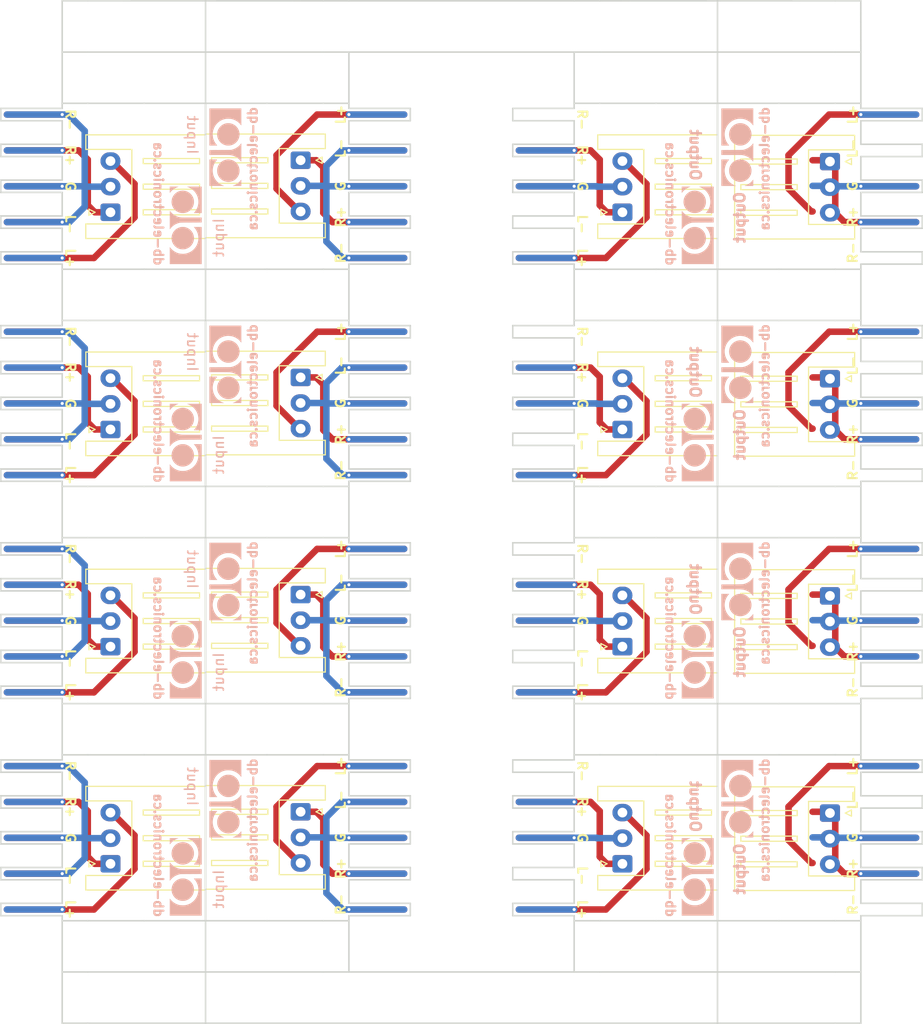
<source format=kicad_pcb>
(kicad_pcb (version 20171130) (host pcbnew "(5.1.0)-1")
  (title_block (title "Phoenix Connector Audio Adapter") (date 2018-03-30) (rev 0.1) (company "db Electronics") (comment 1 "Licensed Under The CERN OHL v.1.2") (comment 2 https://github.com/db-electronics/phoenix-audio-adapter-kicad))
  (layers (0 F.Cu signal) (31 B.Cu signal) (34 B.Paste user) (35 F.Paste user) (36 B.SilkS user) (37 F.SilkS user) (38 B.Mask user) (39 F.Mask user) (44 Edge.Cuts user))
  (net 0 "")
  (net 1 GND)
  (net 2 /LEFT)
  (net 3 /RIGHT)
  (module db-artwork:db-logo_7.5mm (layer B.Cu) (at 165.245 46.519 270)
    (fp_text reference G*** hide)
    (fp_text value LOGO hide)
  )
  (module Connector_JST:JST_XH_S03B-XH-A_1x03_P2.50mm_Horizontal (layer F.Cu) (at 174.282 47.906 270)
    (fp_text reference CON101 hide)
    (fp_text value JST-XH)
    (pad 1 thru_hole roundrect (at 0 0 270) (size 1.7 1.95) (drill 0.95) (layers *.Cu *.Mask) (roundrect_rratio 0.147059) (net 3 /RIGHT))
    (pad 2 thru_hole oval (at 2.5 0 270) (size 1.7 1.95) (drill 0.95) (layers *.Cu *.Mask) (net 1 GND))
    (pad 3 thru_hole oval (at 5 0 270) (size 1.7 1.95) (drill 0.95) (layers *.Cu *.Mask) (net 2 /LEFT))
  )
  (module db-artwork:db-logo_7.5mm (layer B.Cu) (at 161.353 54.119 90)
    (fp_text reference G*** hide)
    (fp_text value LOGO hide)
  )
  (module Connector_JST:JST_XH_S03B-XH-A_1x03_P2.50mm_Horizontal (layer F.Cu) (at 154.013 52.859 90)
    (fp_text reference CON101 hide)
    (fp_text value JST-XH)
    (pad 3 thru_hole oval (at 5 0 90) (size 1.7 1.95) (drill 0.95) (layers *.Cu *.Mask) (net 2 /LEFT))
    (pad 2 thru_hole oval (at 2.5 0 90) (size 1.7 1.95) (drill 0.95) (layers *.Cu *.Mask) (net 1 GND))
    (pad 1 thru_hole roundrect (at 0 0 90) (size 1.7 1.95) (drill 0.95) (layers *.Cu *.Mask) (roundrect_rratio 0.147059) (net 3 /RIGHT))
  )
  (module db-artwork:db-logo_7.5mm (layer B.Cu) (at 165.245 67.719 270)
    (fp_text reference G*** hide)
    (fp_text value LOGO hide)
  )
  (module Connector_JST:JST_XH_S03B-XH-A_1x03_P2.50mm_Horizontal (layer F.Cu) (at 174.282 69.106 270)
    (fp_text reference CON101 hide)
    (fp_text value JST-XH)
    (pad 3 thru_hole oval (at 5 0 270) (size 1.7 1.95) (drill 0.95) (layers *.Cu *.Mask) (net 2 /LEFT))
    (pad 2 thru_hole oval (at 2.5 0 270) (size 1.7 1.95) (drill 0.95) (layers *.Cu *.Mask) (net 1 GND))
    (pad 1 thru_hole roundrect (at 0 0 270) (size 1.7 1.95) (drill 0.95) (layers *.Cu *.Mask) (roundrect_rratio 0.147059) (net 3 /RIGHT))
  )
  (module db-artwork:db-logo_7.5mm (layer B.Cu) (at 161.353 75.319 90)
    (fp_text reference G*** hide)
    (fp_text value LOGO hide)
  )
  (module Connector_JST:JST_XH_S03B-XH-A_1x03_P2.50mm_Horizontal (layer F.Cu) (at 154.013 74.059 90)
    (fp_text reference CON101 hide)
    (fp_text value JST-XH)
    (pad 1 thru_hole roundrect (at 0 0 90) (size 1.7 1.95) (drill 0.95) (layers *.Cu *.Mask) (roundrect_rratio 0.147059) (net 3 /RIGHT))
    (pad 2 thru_hole oval (at 2.5 0 90) (size 1.7 1.95) (drill 0.95) (layers *.Cu *.Mask) (net 1 GND))
    (pad 3 thru_hole oval (at 5 0 90) (size 1.7 1.95) (drill 0.95) (layers *.Cu *.Mask) (net 2 /LEFT))
  )
  (module Connector_JST:JST_XH_S03B-XH-A_1x03_P2.50mm_Horizontal (layer F.Cu) (at 174.282 90.306 270)
    (fp_text reference CON101 hide)
    (fp_text value JST-XH)
    (pad 1 thru_hole roundrect (at 0 0 270) (size 1.7 1.95) (drill 0.95) (layers *.Cu *.Mask) (roundrect_rratio 0.147059) (net 3 /RIGHT))
    (pad 2 thru_hole oval (at 2.5 0 270) (size 1.7 1.95) (drill 0.95) (layers *.Cu *.Mask) (net 1 GND))
    (pad 3 thru_hole oval (at 5 0 270) (size 1.7 1.95) (drill 0.95) (layers *.Cu *.Mask) (net 2 /LEFT))
  )
  (module db-artwork:db-logo_7.5mm (layer B.Cu) (at 165.245 88.919 270)
    (fp_text reference G*** hide)
    (fp_text value LOGO hide)
  )
  (module Connector_JST:JST_XH_S03B-XH-A_1x03_P2.50mm_Horizontal (layer F.Cu) (at 154.013 95.259 90)
    (fp_text reference CON101 hide)
    (fp_text value JST-XH)
    (pad 3 thru_hole oval (at 5 0 90) (size 1.7 1.95) (drill 0.95) (layers *.Cu *.Mask) (net 2 /LEFT))
    (pad 2 thru_hole oval (at 2.5 0 90) (size 1.7 1.95) (drill 0.95) (layers *.Cu *.Mask) (net 1 GND))
    (pad 1 thru_hole roundrect (at 0 0 90) (size 1.7 1.95) (drill 0.95) (layers *.Cu *.Mask) (roundrect_rratio 0.147059) (net 3 /RIGHT))
  )
  (module db-artwork:db-logo_7.5mm (layer B.Cu) (at 161.353 96.519 90)
    (fp_text reference G*** hide)
    (fp_text value LOGO hide)
  )
  (module Connector_JST:JST_XH_S03B-XH-A_1x03_P2.50mm_Horizontal (layer F.Cu) (at 174.282 111.506 270)
    (fp_text reference CON101 hide)
    (fp_text value JST-XH)
    (pad 3 thru_hole oval (at 5 0 270) (size 1.7 1.95) (drill 0.95) (layers *.Cu *.Mask) (net 2 /LEFT))
    (pad 2 thru_hole oval (at 2.5 0 270) (size 1.7 1.95) (drill 0.95) (layers *.Cu *.Mask) (net 1 GND))
    (pad 1 thru_hole roundrect (at 0 0 270) (size 1.7 1.95) (drill 0.95) (layers *.Cu *.Mask) (roundrect_rratio 0.147059) (net 3 /RIGHT))
  )
  (module db-artwork:db-logo_7.5mm (layer B.Cu) (at 165.245 110.119 270)
    (fp_text reference G*** hide)
    (fp_text value LOGO hide)
  )
  (module db-artwork:db-logo_7.5mm (layer B.Cu) (at 111.353 54.119 90)
    (fp_text reference G*** hide)
    (fp_text value LOGO hide)
  )
  (module Connector_JST:JST_XH_S03B-XH-A_1x03_P2.50mm_Horizontal (layer F.Cu) (at 122.585 47.779 270)
    (fp_text reference CON101 hide)
    (fp_text value JST-XH)
    (pad 1 thru_hole roundrect (at 0 0 270) (size 1.7 1.95) (drill 0.95) (layers *.Cu *.Mask) (roundrect_rratio 0.147059) (net 3 /RIGHT))
    (pad 2 thru_hole oval (at 2.5 0 270) (size 1.7 1.95) (drill 0.95) (layers *.Cu *.Mask) (net 1 GND))
    (pad 3 thru_hole oval (at 5 0 270) (size 1.7 1.95) (drill 0.95) (layers *.Cu *.Mask) (net 2 /LEFT))
  )
  (module Connector_JST:JST_XH_S03B-XH-A_1x03_P2.50mm_Horizontal (layer F.Cu) (at 104.013 52.859 90)
    (fp_text reference CON101 hide)
    (fp_text value JST-XH)
    (pad 3 thru_hole oval (at 5 0 90) (size 1.7 1.95) (drill 0.95) (layers *.Cu *.Mask) (net 2 /LEFT))
    (pad 2 thru_hole oval (at 2.5 0 90) (size 1.7 1.95) (drill 0.95) (layers *.Cu *.Mask) (net 1 GND))
    (pad 1 thru_hole roundrect (at 0 0 90) (size 1.7 1.95) (drill 0.95) (layers *.Cu *.Mask) (roundrect_rratio 0.147059) (net 3 /RIGHT))
  )
  (module db-artwork:db-logo_7.5mm (layer B.Cu) (at 115.245 46.519 270)
    (fp_text reference G*** hide)
    (fp_text value LOGO hide)
  )
  (module db-artwork:db-logo_7.5mm (layer B.Cu) (at 115.245 67.719 270)
    (fp_text reference G*** hide)
    (fp_text value LOGO hide)
  )
  (module db-artwork:db-logo_7.5mm (layer B.Cu) (at 111.353 75.319 90)
    (fp_text reference G*** hide)
    (fp_text value LOGO hide)
  )
  (module Connector_JST:JST_XH_S03B-XH-A_1x03_P2.50mm_Horizontal (layer F.Cu) (at 122.585 68.979 270)
    (fp_text reference CON101 hide)
    (fp_text value JST-XH)
    (pad 3 thru_hole oval (at 5 0 270) (size 1.7 1.95) (drill 0.95) (layers *.Cu *.Mask) (net 2 /LEFT))
    (pad 2 thru_hole oval (at 2.5 0 270) (size 1.7 1.95) (drill 0.95) (layers *.Cu *.Mask) (net 1 GND))
    (pad 1 thru_hole roundrect (at 0 0 270) (size 1.7 1.95) (drill 0.95) (layers *.Cu *.Mask) (roundrect_rratio 0.147059) (net 3 /RIGHT))
  )
  (module Connector_JST:JST_XH_S03B-XH-A_1x03_P2.50mm_Horizontal (layer F.Cu) (at 104.013 74.059 90)
    (fp_text reference CON101 hide)
    (fp_text value JST-XH)
    (pad 1 thru_hole roundrect (at 0 0 90) (size 1.7 1.95) (drill 0.95) (layers *.Cu *.Mask) (roundrect_rratio 0.147059) (net 3 /RIGHT))
    (pad 2 thru_hole oval (at 2.5 0 90) (size 1.7 1.95) (drill 0.95) (layers *.Cu *.Mask) (net 1 GND))
    (pad 3 thru_hole oval (at 5 0 90) (size 1.7 1.95) (drill 0.95) (layers *.Cu *.Mask) (net 2 /LEFT))
  )
  (module db-artwork:db-logo_7.5mm (layer B.Cu) (at 111.353 96.519 90)
    (fp_text reference G*** hide)
    (fp_text value LOGO hide)
  )
  (module db-artwork:db-logo_7.5mm (layer B.Cu) (at 115.245 88.919 270)
    (fp_text reference G*** hide)
    (fp_text value LOGO hide)
  )
  (module Connector_JST:JST_XH_S03B-XH-A_1x03_P2.50mm_Horizontal (layer F.Cu) (at 122.585 90.179 270)
    (fp_text reference CON101 hide)
    (fp_text value JST-XH)
    (pad 1 thru_hole roundrect (at 0 0 270) (size 1.7 1.95) (drill 0.95) (layers *.Cu *.Mask) (roundrect_rratio 0.147059) (net 3 /RIGHT))
    (pad 2 thru_hole oval (at 2.5 0 270) (size 1.7 1.95) (drill 0.95) (layers *.Cu *.Mask) (net 1 GND))
    (pad 3 thru_hole oval (at 5 0 270) (size 1.7 1.95) (drill 0.95) (layers *.Cu *.Mask) (net 2 /LEFT))
  )
  (module Connector_JST:JST_XH_S03B-XH-A_1x03_P2.50mm_Horizontal (layer F.Cu) (at 104.013 95.259 90)
    (fp_text reference CON101 hide)
    (fp_text value JST-XH)
    (pad 3 thru_hole oval (at 5 0 90) (size 1.7 1.95) (drill 0.95) (layers *.Cu *.Mask) (net 2 /LEFT))
    (pad 2 thru_hole oval (at 2.5 0 90) (size 1.7 1.95) (drill 0.95) (layers *.Cu *.Mask) (net 1 GND))
    (pad 1 thru_hole roundrect (at 0 0 90) (size 1.7 1.95) (drill 0.95) (layers *.Cu *.Mask) (roundrect_rratio 0.147059) (net 3 /RIGHT))
  )
  (module db-artwork:db-logo_7.5mm (layer B.Cu) (at 115.245 110.119 270)
    (fp_text reference G*** hide)
    (fp_text value LOGO hide)
  )
  (module Connector_JST:JST_XH_S03B-XH-A_1x03_P2.50mm_Horizontal (layer F.Cu) (at 122.585 111.379 270)
    (fp_text reference CON101 hide)
    (fp_text value JST-XH)
    (pad 3 thru_hole oval (at 5 0 270) (size 1.7 1.95) (drill 0.95) (layers *.Cu *.Mask) (net 2 /LEFT))
    (pad 2 thru_hole oval (at 2.5 0 270) (size 1.7 1.95) (drill 0.95) (layers *.Cu *.Mask) (net 1 GND))
    (pad 1 thru_hole roundrect (at 0 0 270) (size 1.7 1.95) (drill 0.95) (layers *.Cu *.Mask) (roundrect_rratio 0.147059) (net 3 /RIGHT))
  )
  (module db-artwork:db-logo_7.5mm (layer B.Cu) (at 111.353 117.719 90)
    (fp_text reference G*** hide)
    (fp_text value LOGO hide)
  )
  (module Connector_JST:JST_XH_S03B-XH-A_1x03_P2.50mm_Horizontal (layer F.Cu) (at 104.013 116.459 90)
    (fp_text reference CON101 hide)
    (fp_text value JST-XH)
    (pad 1 thru_hole roundrect (at 0 0 90) (size 1.7 1.95) (drill 0.95) (layers *.Cu *.Mask) (roundrect_rratio 0.147059) (net 3 /RIGHT))
    (pad 2 thru_hole oval (at 2.5 0 90) (size 1.7 1.95) (drill 0.95) (layers *.Cu *.Mask) (net 1 GND))
    (pad 3 thru_hole oval (at 5 0 90) (size 1.7 1.95) (drill 0.95) (layers *.Cu *.Mask) (net 2 /LEFT))
  )
  (module db-artwork:db-logo_7.5mm (layer B.Cu) (at 161.353 117.719 90)
    (fp_text reference G*** hide)
    (fp_text value LOGO hide)
  )
  (module Connector_JST:JST_XH_S03B-XH-A_1x03_P2.50mm_Horizontal (layer F.Cu) (at 154.013 116.459 90)
    (fp_text reference CON101 hide)
    (fp_text value JST-XH)
    (pad 1 thru_hole roundrect (at 0 0 90) (size 1.7 1.95) (drill 0.95) (layers *.Cu *.Mask) (roundrect_rratio 0.147059) (net 3 /RIGHT))
    (pad 2 thru_hole oval (at 2.5 0 90) (size 1.7 1.95) (drill 0.95) (layers *.Cu *.Mask) (net 1 GND))
    (pad 3 thru_hole oval (at 5 0 90) (size 1.7 1.95) (drill 0.95) (layers *.Cu *.Mask) (net 2 /LEFT))
  )
  (gr_line (start 163.299 32.219) (end 163.299 42.219) (layer Edge.Cuts) (width 0.15))
  (gr_line (start 113.299 32.219) (end 113.299 42.219) (layer Edge.Cuts) (width 0.15))
  (gr_line (start 113.299 122.019) (end 113.299 132.019) (layer Edge.Cuts) (width 0.15))
  (gr_line (start 163.299 122.019) (end 163.299 132.019) (layer Edge.Cuts) (width 0.15))
  (gr_line (start 177.299 63.419) (end 177.299 58.419) (layer Edge.Cuts) (width 0.15))
  (gr_line (start 163.299 58.419) (end 163.299 63.419) (layer Edge.Cuts) (width 0.15))
  (gr_line (start 149.299 63.419) (end 149.299 58.419) (layer Edge.Cuts) (width 0.15))
  (gr_line (start 177.299 84.619) (end 177.299 79.619) (layer Edge.Cuts) (width 0.15))
  (gr_line (start 163.299 79.619) (end 163.299 84.619) (layer Edge.Cuts) (width 0.15))
  (gr_line (start 149.299 84.619) (end 149.299 79.619) (layer Edge.Cuts) (width 0.15))
  (gr_line (start 177.299 105.819) (end 177.299 100.819) (layer Edge.Cuts) (width 0.15))
  (gr_line (start 163.299 100.819) (end 163.299 105.819) (layer Edge.Cuts) (width 0.15))
  (gr_line (start 149.299 105.819) (end 149.299 100.819) (layer Edge.Cuts) (width 0.15))
  (gr_line (start 127.299 127.019) (end 149.299 127.019) (layer Edge.Cuts) (width 0.15))
  (gr_line (start 99.299 132.019) (end 99.299 122.019) (layer Edge.Cuts) (width 0.15))
  (gr_line (start 174.799 132.019) (end 101.799 132.019) (layer Edge.Cuts) (width 0.15))
  (gr_line (start 177.299 132.019) (end 177.299 122.019) (layer Edge.Cuts) (width 0.15))
  (gr_line (start 174.799 132.019) (end 177.299 132.019) (layer Edge.Cuts) (width 0.15))
  (gr_line (start 101.799 132.019) (end 99.299 132.019) (layer Edge.Cuts) (width 0.15))
  (gr_line (start 149.299 127.019) (end 149.299 122.019) (layer Edge.Cuts) (width 0.15))
  (gr_line (start 174.799 127.019) (end 151.799 127.019) (layer Edge.Cuts) (width 0.15))
  (gr_line (start 127.299 122.019) (end 127.299 127.019) (layer Edge.Cuts) (width 0.15))
  (gr_line (start 124.799 127.019) (end 101.799 127.019) (layer Edge.Cuts) (width 0.15))
  (gr_line (start 127.299 100.819) (end 127.299 105.819) (layer Edge.Cuts) (width 0.15))
  (gr_line (start 113.299 105.819) (end 113.299 100.819) (layer Edge.Cuts) (width 0.15))
  (gr_line (start 99.299 100.819) (end 99.299 105.819) (layer Edge.Cuts) (width 0.15))
  (gr_line (start 127.299 79.619) (end 127.299 84.619) (layer Edge.Cuts) (width 0.15))
  (gr_line (start 113.299 84.619) (end 113.299 79.619) (layer Edge.Cuts) (width 0.15))
  (gr_line (start 99.299 79.619) (end 99.299 84.619) (layer Edge.Cuts) (width 0.15))
  (gr_line (start 127.299 58.419) (end 127.299 63.419) (layer Edge.Cuts) (width 0.15))
  (gr_line (start 113.299 63.419) (end 113.299 58.419) (layer Edge.Cuts) (width 0.15))
  (gr_line (start 99.299 58.419) (end 99.299 63.419) (layer Edge.Cuts) (width 0.15))
  (gr_line (start 149.299 32.219) (end 127.299 32.219) (layer Edge.Cuts) (width 0.15))
  (gr_line (start 174.792 32.211) (end 151.799 32.219) (layer Edge.Cuts) (width 0.15))
  (gr_line (start 177.299 37.219) (end 177.292 32.211) (layer Edge.Cuts) (width 0.15))
  (gr_line (start 177.299 37.219) (end 177.299 42.219) (layer Edge.Cuts) (width 0.15))
  (gr_line (start 151.799 37.219) (end 174.799 37.219) (layer Edge.Cuts) (width 0.15))
  (gr_line (start 149.299 42.219) (end 149.299 37.219) (layer Edge.Cuts) (width 0.15))
  (gr_line (start 127.299 37.219) (end 149.299 37.219) (layer Edge.Cuts) (width 0.15))
  (gr_line (start 127.299 42.219) (end 127.299 37.219) (layer Edge.Cuts) (width 0.15))
  (gr_line (start 124.799 32.219) (end 101.799 32.211) (layer Edge.Cuts) (width 0.15))
  (gr_line (start 101.799 37.219) (end 124.799 37.219) (layer Edge.Cuts) (width 0.15))
  (gr_line (start 99.299 42.219) (end 99.299 32.211) (layer Edge.Cuts) (width 0.15))
  (gr_line (start 174.799 127.019) (end 177.299 127.019) (layer Edge.Cuts) (width 0.15))
  (gr_line (start 151.799 127.019) (end 149.299 127.019) (layer Edge.Cuts) (width 0.15))
  (gr_line (start 124.799 127.019) (end 127.299 127.019) (layer Edge.Cuts) (width 0.15))
  (gr_line (start 101.799 127.019) (end 99.299 127.019) (layer Edge.Cuts) (width 0.15))
  (gr_line (start 174.792 32.211) (end 177.292 32.211) (layer Edge.Cuts) (width 0.15))
  (gr_line (start 151.799 32.219) (end 149.299 32.219) (layer Edge.Cuts) (width 0.15))
  (gr_line (start 124.799 32.219) (end 127.299 32.219) (layer Edge.Cuts) (width 0.15))
  (gr_line (start 101.799 32.211) (end 99.299 32.211) (layer Edge.Cuts) (width 0.15))
  (gr_line (start 174.799 37.219) (end 177.299 37.219) (layer Edge.Cuts) (width 0.15))
  (gr_line (start 151.799 37.219) (end 149.299 37.219) (layer Edge.Cuts) (width 0.15))
  (gr_line (start 124.799 37.219) (end 127.299 37.219) (layer Edge.Cuts) (width 0.15))
  (gr_line (start 101.799 37.219) (end 99.299 37.219) (layer Edge.Cuts) (width 0.15))
  (gr_line (start 177.299 56.719) (end 177.299 54.419) (layer Edge.Cuts) (width 0.15))
  (gr_line (start 143.299 54.419) (end 149.299 54.419) (layer Edge.Cuts) (width 0.15))
  (gr_line (start 143.299 49.719) (end 143.299 50.919) (layer Edge.Cuts) (width 0.15))
  (gr_line (start 149.299 53.219) (end 143.299 53.219) (layer Edge.Cuts) (width 0.15))
  (gr_line (start 143.299 57.919) (end 149.299 57.919) (layer Edge.Cuts) (width 0.15))
  (gr_line (start 149.299 56.719) (end 143.299 56.719) (layer Edge.Cuts) (width 0.15))
  (gr_line (start 143.299 42.719) (end 143.299 43.919) (layer Edge.Cuts) (width 0.15))
  (gr_line (start 143.299 56.719) (end 143.299 57.919) (layer Edge.Cuts) (width 0.15))
  (gr_line (start 143.299 43.919) (end 149.299 43.919) (layer Edge.Cuts) (width 0.15))
  (gr_line (start 177.299 57.919) (end 183.299 57.919) (layer Edge.Cuts) (width 0.15))
  (gr_line (start 149.299 43.919) (end 149.299 46.219) (layer Edge.Cuts) (width 0.15))
  (gr_line (start 149.299 50.919) (end 149.299 53.219) (layer Edge.Cuts) (width 0.15))
  (gr_line (start 149.299 54.419) (end 149.299 56.719) (layer Edge.Cuts) (width 0.15))
  (gr_line (start 149.299 47.419) (end 149.299 49.719) (layer Edge.Cuts) (width 0.15))
  (gr_line (start 143.299 53.219) (end 143.299 54.419) (layer Edge.Cuts) (width 0.15))
  (gr_line (start 149.299 57.919) (end 149.299 58.419) (layer Edge.Cuts) (width 0.15))
  (gr_line (start 149.299 42.219) (end 149.299 42.719) (layer Edge.Cuts) (width 0.15))
  (gr_line (start 149.299 49.719) (end 143.299 49.719) (layer Edge.Cuts) (width 0.15))
  (gr_line (start 163.299 42.219) (end 169.299 42.219) (layer Edge.Cuts) (width 0.15))
  (gr_line (start 151.799 42.219) (end 149.299 42.219) (layer Edge.Cuts) (width 0.15))
  (gr_line (start 183.299 47.419) (end 183.299 46.219) (layer Edge.Cuts) (width 0.15))
  (gr_line (start 143.299 47.419) (end 149.299 47.419) (layer Edge.Cuts) (width 0.15))
  (gr_line (start 163.299 58.419) (end 169.299 58.419) (layer Edge.Cuts) (width 0.15))
  (gr_line (start 183.299 46.219) (end 177.299 46.219) (layer Edge.Cuts) (width 0.15))
  (gr_line (start 177.299 46.219) (end 177.299 43.919) (layer Edge.Cuts) (width 0.15))
  (gr_line (start 177.299 49.719) (end 177.299 47.419) (layer Edge.Cuts) (width 0.15))
  (gr_line (start 163.299 58.419) (end 163.299 42.219) (layer Edge.Cuts) (width 0.15))
  (gr_line (start 157.299 58.419) (end 151.799 58.419) (layer Edge.Cuts) (width 0.15))
  (gr_line (start 177.299 50.919) (end 183.299 50.919) (layer Edge.Cuts) (width 0.15))
  (gr_line (start 177.299 42.719) (end 177.299 42.219) (layer Edge.Cuts) (width 0.15))
  (gr_line (start 163.299 58.419) (end 157.299 58.419) (layer Edge.Cuts) (width 0.15))
  (gr_line (start 143.299 50.919) (end 149.299 50.919) (layer Edge.Cuts) (width 0.15))
  (gr_line (start 169.299 58.419) (end 174.799 58.419) (layer Edge.Cuts) (width 0.15))
  (gr_line (start 183.299 56.719) (end 177.299 56.719) (layer Edge.Cuts) (width 0.15))
  (gr_line (start 177.299 47.419) (end 183.299 47.419) (layer Edge.Cuts) (width 0.15))
  (gr_line (start 149.299 42.719) (end 143.299 42.719) (layer Edge.Cuts) (width 0.15))
  (gr_line (start 183.299 50.919) (end 183.299 49.719) (layer Edge.Cuts) (width 0.15))
  (gr_line (start 157.299 42.219) (end 151.799 42.219) (layer Edge.Cuts) (width 0.15))
  (gr_line (start 183.299 54.419) (end 183.299 53.219) (layer Edge.Cuts) (width 0.15))
  (gr_line (start 177.299 58.419) (end 177.299 57.919) (layer Edge.Cuts) (width 0.15))
  (gr_line (start 143.299 46.219) (end 143.299 47.419) (layer Edge.Cuts) (width 0.15))
  (gr_line (start 163.299 42.219) (end 157.299 42.219) (layer Edge.Cuts) (width 0.15))
  (gr_line (start 183.299 57.919) (end 183.299 56.719) (layer Edge.Cuts) (width 0.15))
  (gr_line (start 163.299 42.219) (end 163.299 58.419) (layer Edge.Cuts) (width 0.15))
  (gr_line (start 183.299 53.219) (end 177.299 53.219) (layer Edge.Cuts) (width 0.15))
  (gr_line (start 183.299 49.719) (end 177.299 49.719) (layer Edge.Cuts) (width 0.15))
  (gr_line (start 174.799 42.219) (end 177.299 42.219) (layer Edge.Cuts) (width 0.15))
  (gr_line (start 169.299 42.219) (end 174.799 42.219) (layer Edge.Cuts) (width 0.15))
  (gr_line (start 174.799 58.419) (end 177.299 58.419) (layer Edge.Cuts) (width 0.15))
  (gr_line (start 183.299 43.919) (end 183.299 42.719) (layer Edge.Cuts) (width 0.15))
  (gr_line (start 183.299 42.719) (end 177.299 42.719) (layer Edge.Cuts) (width 0.15))
  (gr_line (start 177.299 43.919) (end 183.299 43.919) (layer Edge.Cuts) (width 0.15))
  (gr_line (start 177.299 54.419) (end 183.299 54.419) (layer Edge.Cuts) (width 0.15))
  (gr_line (start 177.299 53.219) (end 177.299 50.919) (layer Edge.Cuts) (width 0.15))
  (gr_line (start 149.299 46.219) (end 143.299 46.219) (layer Edge.Cuts) (width 0.15))
  (gr_line (start 151.799 58.419) (end 149.299 58.419) (layer Edge.Cuts) (width 0.15))
  (gr_text G (at 176.499 50.319 90) (layer F.SilkS) (effects (font (size 0.889 0.889) (thickness 0.2032))))
  (gr_text Output (at 165.473 53.367 90) (layer B.SilkS) (effects (font (size 1 1) (thickness 0.25)) (justify mirror)))
  (gr_text R+ (at 176.499 53.319 90) (layer F.SilkS) (effects (font (size 0.889 0.889) (thickness 0.2032))))
  (gr_text db-electronics.ca (at 167.899 48.619 90) (layer B.SilkS) (effects (font (size 0.889 0.889) (thickness 0.2032)) (justify mirror)))
  (gr_text R+ (at 150.099 47.319 270) (layer F.SilkS) (effects (font (size 0.889 0.889) (thickness 0.2032))))
  (gr_text G (at 150.099 50.319 270) (layer F.SilkS) (effects (font (size 0.889 0.889) (thickness 0.2032))))
  (gr_text L+ (at 176.499 43.319 90) (layer F.SilkS) (effects (font (size 0.889 0.889) (thickness 0.2032))))
  (gr_text db-electronics.ca (at 158.699 52.019 270) (layer B.SilkS) (effects (font (size 0.889 0.889) (thickness 0.2032)) (justify mirror)))
  (gr_text L- (at 176.499 46.619 90) (layer F.SilkS) (effects (font (size 0.889 0.889) (thickness 0.2032))))
  (gr_text Output (at 161.125 47.271 270) (layer B.SilkS) (effects (font (size 1 1) (thickness 0.25)) (justify mirror)))
  (gr_text L+ (at 150.099 57.319 270) (layer F.SilkS) (effects (font (size 0.889 0.889) (thickness 0.2032))))
  (gr_text R- (at 150.099 43.819 270) (layer F.SilkS) (effects (font (size 0.889 0.889) (thickness 0.2032))))
  (gr_text L- (at 150.099 54.019 270) (layer F.SilkS) (effects (font (size 0.889 0.889) (thickness 0.2032))))
  (gr_text R- (at 176.499 56.819 90) (layer F.SilkS) (effects (font (size 0.889 0.889) (thickness 0.2032))))
  (gr_line (start 143.299 77.919) (end 143.299 79.119) (layer Edge.Cuts) (width 0.15))
  (gr_line (start 143.299 75.619) (end 149.299 75.619) (layer Edge.Cuts) (width 0.15))
  (gr_line (start 143.299 70.919) (end 143.299 72.119) (layer Edge.Cuts) (width 0.15))
  (gr_line (start 149.299 65.119) (end 149.299 67.419) (layer Edge.Cuts) (width 0.15))
  (gr_line (start 143.299 63.919) (end 143.299 65.119) (layer Edge.Cuts) (width 0.15))
  (gr_line (start 149.299 79.119) (end 149.299 79.619) (layer Edge.Cuts) (width 0.15))
  (gr_line (start 149.299 68.619) (end 149.299 70.919) (layer Edge.Cuts) (width 0.15))
  (gr_line (start 143.299 65.119) (end 149.299 65.119) (layer Edge.Cuts) (width 0.15))
  (gr_line (start 149.299 74.419) (end 143.299 74.419) (layer Edge.Cuts) (width 0.15))
  (gr_line (start 149.299 72.119) (end 149.299 74.419) (layer Edge.Cuts) (width 0.15))
  (gr_line (start 143.299 79.119) (end 149.299 79.119) (layer Edge.Cuts) (width 0.15))
  (gr_line (start 149.299 75.619) (end 149.299 77.919) (layer Edge.Cuts) (width 0.15))
  (gr_line (start 149.299 77.919) (end 143.299 77.919) (layer Edge.Cuts) (width 0.15))
  (gr_line (start 149.299 63.419) (end 149.299 63.919) (layer Edge.Cuts) (width 0.15))
  (gr_line (start 143.299 74.419) (end 143.299 75.619) (layer Edge.Cuts) (width 0.15))
  (gr_line (start 177.299 79.119) (end 183.299 79.119) (layer Edge.Cuts) (width 0.15))
  (gr_line (start 177.299 77.919) (end 177.299 75.619) (layer Edge.Cuts) (width 0.15))
  (gr_line (start 183.299 77.919) (end 177.299 77.919) (layer Edge.Cuts) (width 0.15))
  (gr_line (start 177.299 68.619) (end 183.299 68.619) (layer Edge.Cuts) (width 0.15))
  (gr_line (start 149.299 63.919) (end 143.299 63.919) (layer Edge.Cuts) (width 0.15))
  (gr_line (start 169.299 63.419) (end 174.799 63.419) (layer Edge.Cuts) (width 0.15))
  (gr_line (start 174.799 79.619) (end 177.299 79.619) (layer Edge.Cuts) (width 0.15))
  (gr_line (start 183.299 65.119) (end 183.299 63.919) (layer Edge.Cuts) (width 0.15))
  (gr_line (start 183.299 63.919) (end 177.299 63.919) (layer Edge.Cuts) (width 0.15))
  (gr_line (start 177.299 65.119) (end 183.299 65.119) (layer Edge.Cuts) (width 0.15))
  (gr_line (start 143.299 72.119) (end 149.299 72.119) (layer Edge.Cuts) (width 0.15))
  (gr_line (start 177.299 75.619) (end 183.299 75.619) (layer Edge.Cuts) (width 0.15))
  (gr_line (start 151.799 79.619) (end 149.299 79.619) (layer Edge.Cuts) (width 0.15))
  (gr_line (start 149.299 70.919) (end 143.299 70.919) (layer Edge.Cuts) (width 0.15))
  (gr_line (start 163.299 63.419) (end 169.299 63.419) (layer Edge.Cuts) (width 0.15))
  (gr_line (start 183.299 67.419) (end 177.299 67.419) (layer Edge.Cuts) (width 0.15))
  (gr_line (start 183.299 72.119) (end 183.299 70.919) (layer Edge.Cuts) (width 0.15))
  (gr_line (start 149.299 67.419) (end 143.299 67.419) (layer Edge.Cuts) (width 0.15))
  (gr_line (start 183.299 68.619) (end 183.299 67.419) (layer Edge.Cuts) (width 0.15))
  (gr_line (start 157.299 63.419) (end 151.799 63.419) (layer Edge.Cuts) (width 0.15))
  (gr_line (start 177.299 67.419) (end 177.299 65.119) (layer Edge.Cuts) (width 0.15))
  (gr_line (start 151.799 63.419) (end 149.299 63.419) (layer Edge.Cuts) (width 0.15))
  (gr_line (start 169.299 79.619) (end 174.799 79.619) (layer Edge.Cuts) (width 0.15))
  (gr_line (start 183.299 75.619) (end 183.299 74.419) (layer Edge.Cuts) (width 0.15))
  (gr_line (start 174.799 63.419) (end 177.299 63.419) (layer Edge.Cuts) (width 0.15))
  (gr_line (start 183.299 79.119) (end 183.299 77.919) (layer Edge.Cuts) (width 0.15))
  (gr_line (start 177.299 79.619) (end 177.299 79.119) (layer Edge.Cuts) (width 0.15))
  (gr_line (start 177.299 70.919) (end 177.299 68.619) (layer Edge.Cuts) (width 0.15))
  (gr_line (start 163.299 79.619) (end 163.299 63.419) (layer Edge.Cuts) (width 0.15))
  (gr_line (start 183.299 70.919) (end 177.299 70.919) (layer Edge.Cuts) (width 0.15))
  (gr_line (start 163.299 63.419) (end 163.299 79.619) (layer Edge.Cuts) (width 0.15))
  (gr_line (start 143.299 68.619) (end 149.299 68.619) (layer Edge.Cuts) (width 0.15))
  (gr_line (start 177.299 74.419) (end 177.299 72.119) (layer Edge.Cuts) (width 0.15))
  (gr_line (start 143.299 67.419) (end 143.299 68.619) (layer Edge.Cuts) (width 0.15))
  (gr_line (start 163.299 79.619) (end 169.299 79.619) (layer Edge.Cuts) (width 0.15))
  (gr_line (start 163.299 63.419) (end 157.299 63.419) (layer Edge.Cuts) (width 0.15))
  (gr_line (start 163.299 79.619) (end 157.299 79.619) (layer Edge.Cuts) (width 0.15))
  (gr_line (start 177.299 72.119) (end 183.299 72.119) (layer Edge.Cuts) (width 0.15))
  (gr_line (start 157.299 79.619) (end 151.799 79.619) (layer Edge.Cuts) (width 0.15))
  (gr_line (start 177.299 63.919) (end 177.299 63.419) (layer Edge.Cuts) (width 0.15))
  (gr_line (start 183.299 74.419) (end 177.299 74.419) (layer Edge.Cuts) (width 0.15))
  (gr_text L- (at 176.499 67.819 90) (layer F.SilkS) (effects (font (size 0.889 0.889) (thickness 0.2032))))
  (gr_text Output (at 165.473 74.567 90) (layer B.SilkS) (effects (font (size 1 1) (thickness 0.25)) (justify mirror)))
  (gr_text G (at 150.099 71.519 270) (layer F.SilkS) (effects (font (size 0.889 0.889) (thickness 0.2032))))
  (gr_text Output (at 161.125 68.471 270) (layer B.SilkS) (effects (font (size 1 1) (thickness 0.25)) (justify mirror)))
  (gr_text R- (at 176.499 78.019 90) (layer F.SilkS) (effects (font (size 0.889 0.889) (thickness 0.2032))))
  (gr_text L+ (at 150.099 78.519 270) (layer F.SilkS) (effects (font (size 0.889 0.889) (thickness 0.2032))))
  (gr_text R+ (at 176.499 74.519 90) (layer F.SilkS) (effects (font (size 0.889 0.889) (thickness 0.2032))))
  (gr_text db-electronics.ca (at 158.699 73.219 270) (layer B.SilkS) (effects (font (size 0.889 0.889) (thickness 0.2032)) (justify mirror)))
  (gr_text G (at 176.499 71.519 90) (layer F.SilkS) (effects (font (size 0.889 0.889) (thickness 0.2032))))
  (gr_text L- (at 150.099 75.219 270) (layer F.SilkS) (effects (font (size 0.889 0.889) (thickness 0.2032))))
  (gr_text db-electronics.ca (at 167.899 69.819 90) (layer B.SilkS) (effects (font (size 0.889 0.889) (thickness 0.2032)) (justify mirror)))
  (gr_text L+ (at 176.499 64.519 90) (layer F.SilkS) (effects (font (size 0.889 0.889) (thickness 0.2032))))
  (gr_text R- (at 150.099 65.019 270) (layer F.SilkS) (effects (font (size 0.889 0.889) (thickness 0.2032))))
  (gr_text R+ (at 150.099 68.519 270) (layer F.SilkS) (effects (font (size 0.889 0.889) (thickness 0.2032))))
  (gr_line (start 183.299 99.119) (end 177.299 99.119) (layer Edge.Cuts) (width 0.15))
  (gr_line (start 177.299 89.819) (end 183.299 89.819) (layer Edge.Cuts) (width 0.15))
  (gr_line (start 177.299 85.119) (end 177.299 84.619) (layer Edge.Cuts) (width 0.15))
  (gr_line (start 177.299 100.819) (end 177.299 100.319) (layer Edge.Cuts) (width 0.15))
  (gr_line (start 177.299 99.119) (end 177.299 96.819) (layer Edge.Cuts) (width 0.15))
  (gr_line (start 177.299 86.319) (end 183.299 86.319) (layer Edge.Cuts) (width 0.15))
  (gr_line (start 183.299 88.619) (end 177.299 88.619) (layer Edge.Cuts) (width 0.15))
  (gr_line (start 183.299 89.819) (end 183.299 88.619) (layer Edge.Cuts) (width 0.15))
  (gr_line (start 177.299 92.119) (end 177.299 89.819) (layer Edge.Cuts) (width 0.15))
  (gr_line (start 177.299 96.819) (end 183.299 96.819) (layer Edge.Cuts) (width 0.15))
  (gr_line (start 183.299 86.319) (end 183.299 85.119) (layer Edge.Cuts) (width 0.15))
  (gr_line (start 177.299 95.619) (end 177.299 93.319) (layer Edge.Cuts) (width 0.15))
  (gr_line (start 183.299 95.619) (end 177.299 95.619) (layer Edge.Cuts) (width 0.15))
  (gr_line (start 183.299 93.319) (end 183.299 92.119) (layer Edge.Cuts) (width 0.15))
  (gr_line (start 183.299 100.319) (end 183.299 99.119) (layer Edge.Cuts) (width 0.15))
  (gr_line (start 183.299 85.119) (end 177.299 85.119) (layer Edge.Cuts) (width 0.15))
  (gr_line (start 177.299 88.619) (end 177.299 86.319) (layer Edge.Cuts) (width 0.15))
  (gr_line (start 169.299 84.619) (end 174.799 84.619) (layer Edge.Cuts) (width 0.15))
  (gr_line (start 169.299 100.819) (end 174.799 100.819) (layer Edge.Cuts) (width 0.15))
  (gr_line (start 177.299 100.319) (end 183.299 100.319) (layer Edge.Cuts) (width 0.15))
  (gr_line (start 163.299 100.819) (end 169.299 100.819) (layer Edge.Cuts) (width 0.15))
  (gr_line (start 177.299 93.319) (end 183.299 93.319) (layer Edge.Cuts) (width 0.15))
  (gr_line (start 174.799 100.819) (end 177.299 100.819) (layer Edge.Cuts) (width 0.15))
  (gr_line (start 163.299 100.819) (end 163.299 84.619) (layer Edge.Cuts) (width 0.15))
  (gr_line (start 163.299 84.619) (end 169.299 84.619) (layer Edge.Cuts) (width 0.15))
  (gr_line (start 183.299 96.819) (end 183.299 95.619) (layer Edge.Cuts) (width 0.15))
  (gr_line (start 174.799 84.619) (end 177.299 84.619) (layer Edge.Cuts) (width 0.15))
  (gr_line (start 183.299 92.119) (end 177.299 92.119) (layer Edge.Cuts) (width 0.15))
  (gr_text R- (at 176.499 99.219 90) (layer F.SilkS) (effects (font (size 0.889 0.889) (thickness 0.2032))))
  (gr_text R+ (at 176.499 95.719 90) (layer F.SilkS) (effects (font (size 0.889 0.889) (thickness 0.2032))))
  (gr_text L- (at 176.499 89.019 90) (layer F.SilkS) (effects (font (size 0.889 0.889) (thickness 0.2032))))
  (gr_text Output (at 165.473 95.767 90) (layer B.SilkS) (effects (font (size 1 1) (thickness 0.25)) (justify mirror)))
  (gr_text G (at 176.499 92.719 90) (layer F.SilkS) (effects (font (size 0.889 0.889) (thickness 0.2032))))
  (gr_text db-electronics.ca (at 167.899 91.019 90) (layer B.SilkS) (effects (font (size 0.889 0.889) (thickness 0.2032)) (justify mirror)))
  (gr_text L+ (at 176.499 85.719 90) (layer F.SilkS) (effects (font (size 0.889 0.889) (thickness 0.2032))))
  (gr_text R- (at 150.099 86.219 270) (layer F.SilkS) (effects (font (size 0.889 0.889) (thickness 0.2032))))
  (gr_text R+ (at 150.099 89.719 270) (layer F.SilkS) (effects (font (size 0.889 0.889) (thickness 0.2032))))
  (gr_text L- (at 150.099 96.419 270) (layer F.SilkS) (effects (font (size 0.889 0.889) (thickness 0.2032))))
  (gr_text G (at 150.099 92.719 270) (layer F.SilkS) (effects (font (size 0.889 0.889) (thickness 0.2032))))
  (gr_text L+ (at 150.099 99.719 270) (layer F.SilkS) (effects (font (size 0.889 0.889) (thickness 0.2032))))
  (gr_text db-electronics.ca (at 158.699 94.419 270) (layer B.SilkS) (effects (font (size 0.889 0.889) (thickness 0.2032)) (justify mirror)))
  (gr_text Output (at 161.125 89.671 270) (layer B.SilkS) (effects (font (size 1 1) (thickness 0.25)) (justify mirror)))
  (gr_line (start 151.799 100.819) (end 149.299 100.819) (layer Edge.Cuts) (width 0.15))
  (gr_line (start 157.299 84.619) (end 151.799 84.619) (layer Edge.Cuts) (width 0.15))
  (gr_line (start 149.299 92.119) (end 143.299 92.119) (layer Edge.Cuts) (width 0.15))
  (gr_line (start 149.299 85.119) (end 143.299 85.119) (layer Edge.Cuts) (width 0.15))
  (gr_line (start 157.299 100.819) (end 151.799 100.819) (layer Edge.Cuts) (width 0.15))
  (gr_line (start 151.799 84.619) (end 149.299 84.619) (layer Edge.Cuts) (width 0.15))
  (gr_line (start 163.299 84.619) (end 157.299 84.619) (layer Edge.Cuts) (width 0.15))
  (gr_line (start 143.299 93.319) (end 149.299 93.319) (layer Edge.Cuts) (width 0.15))
  (gr_line (start 143.299 88.619) (end 143.299 89.819) (layer Edge.Cuts) (width 0.15))
  (gr_line (start 163.299 84.619) (end 163.299 100.819) (layer Edge.Cuts) (width 0.15))
  (gr_line (start 163.299 100.819) (end 157.299 100.819) (layer Edge.Cuts) (width 0.15))
  (gr_line (start 149.299 88.619) (end 143.299 88.619) (layer Edge.Cuts) (width 0.15))
  (gr_line (start 143.299 89.819) (end 149.299 89.819) (layer Edge.Cuts) (width 0.15))
  (gr_line (start 143.299 92.119) (end 143.299 93.319) (layer Edge.Cuts) (width 0.15))
  (gr_line (start 143.299 85.119) (end 143.299 86.319) (layer Edge.Cuts) (width 0.15))
  (gr_line (start 143.299 86.319) (end 149.299 86.319) (layer Edge.Cuts) (width 0.15))
  (gr_line (start 149.299 95.619) (end 143.299 95.619) (layer Edge.Cuts) (width 0.15))
  (gr_line (start 143.299 100.319) (end 149.299 100.319) (layer Edge.Cuts) (width 0.15))
  (gr_line (start 149.299 100.319) (end 149.299 100.819) (layer Edge.Cuts) (width 0.15))
  (gr_line (start 143.299 99.119) (end 143.299 100.319) (layer Edge.Cuts) (width 0.15))
  (gr_line (start 149.299 99.119) (end 143.299 99.119) (layer Edge.Cuts) (width 0.15))
  (gr_line (start 143.299 96.819) (end 149.299 96.819) (layer Edge.Cuts) (width 0.15))
  (gr_line (start 143.299 95.619) (end 143.299 96.819) (layer Edge.Cuts) (width 0.15))
  (gr_line (start 149.299 84.619) (end 149.299 85.119) (layer Edge.Cuts) (width 0.15))
  (gr_line (start 149.299 86.319) (end 149.299 88.619) (layer Edge.Cuts) (width 0.15))
  (gr_line (start 149.299 89.819) (end 149.299 92.119) (layer Edge.Cuts) (width 0.15))
  (gr_line (start 149.299 93.319) (end 149.299 95.619) (layer Edge.Cuts) (width 0.15))
  (gr_line (start 149.299 96.819) (end 149.299 99.119) (layer Edge.Cuts) (width 0.15))
  (gr_text R- (at 176.499 120.419 90) (layer F.SilkS) (effects (font (size 0.889 0.889) (thickness 0.2032))))
  (gr_text R+ (at 176.499 116.919 90) (layer F.SilkS) (effects (font (size 0.889 0.889) (thickness 0.2032))))
  (gr_text L- (at 176.499 110.219 90) (layer F.SilkS) (effects (font (size 0.889 0.889) (thickness 0.2032))))
  (gr_text G (at 176.499 113.919 90) (layer F.SilkS) (effects (font (size 0.889 0.889) (thickness 0.2032))))
  (gr_text L+ (at 176.499 106.919 90) (layer F.SilkS) (effects (font (size 0.889 0.889) (thickness 0.2032))))
  (gr_text db-electronics.ca (at 167.899 112.219 90) (layer B.SilkS) (effects (font (size 0.889 0.889) (thickness 0.2032)) (justify mirror)))
  (gr_text Output (at 165.473 116.967 90) (layer B.SilkS) (effects (font (size 1 1) (thickness 0.25)) (justify mirror)))
  (gr_line (start 174.799 105.819) (end 177.299 105.819) (layer Edge.Cuts) (width 0.15))
  (gr_line (start 169.299 122.019) (end 174.799 122.019) (layer Edge.Cuts) (width 0.15))
  (gr_line (start 177.299 114.519) (end 183.299 114.519) (layer Edge.Cuts) (width 0.15))
  (gr_line (start 177.299 121.519) (end 183.299 121.519) (layer Edge.Cuts) (width 0.15))
  (gr_line (start 169.299 105.819) (end 174.799 105.819) (layer Edge.Cuts) (width 0.15))
  (gr_line (start 174.799 122.019) (end 177.299 122.019) (layer Edge.Cuts) (width 0.15))
  (gr_line (start 163.299 122.019) (end 169.299 122.019) (layer Edge.Cuts) (width 0.15))
  (gr_line (start 183.299 113.319) (end 177.299 113.319) (layer Edge.Cuts) (width 0.15))
  (gr_line (start 183.299 118.019) (end 183.299 116.819) (layer Edge.Cuts) (width 0.15))
  (gr_line (start 163.299 122.019) (end 163.299 105.819) (layer Edge.Cuts) (width 0.15))
  (gr_line (start 163.299 105.819) (end 169.299 105.819) (layer Edge.Cuts) (width 0.15))
  (gr_line (start 177.299 118.019) (end 183.299 118.019) (layer Edge.Cuts) (width 0.15))
  (gr_line (start 183.299 116.819) (end 177.299 116.819) (layer Edge.Cuts) (width 0.15))
  (gr_line (start 183.299 114.519) (end 183.299 113.319) (layer Edge.Cuts) (width 0.15))
  (gr_line (start 183.299 121.519) (end 183.299 120.319) (layer Edge.Cuts) (width 0.15))
  (gr_line (start 183.299 120.319) (end 177.299 120.319) (layer Edge.Cuts) (width 0.15))
  (gr_line (start 177.299 111.019) (end 183.299 111.019) (layer Edge.Cuts) (width 0.15))
  (gr_line (start 183.299 106.319) (end 177.299 106.319) (layer Edge.Cuts) (width 0.15))
  (gr_line (start 177.299 106.319) (end 177.299 105.819) (layer Edge.Cuts) (width 0.15))
  (gr_line (start 183.299 107.519) (end 183.299 106.319) (layer Edge.Cuts) (width 0.15))
  (gr_line (start 177.299 107.519) (end 183.299 107.519) (layer Edge.Cuts) (width 0.15))
  (gr_line (start 183.299 109.819) (end 177.299 109.819) (layer Edge.Cuts) (width 0.15))
  (gr_line (start 183.299 111.019) (end 183.299 109.819) (layer Edge.Cuts) (width 0.15))
  (gr_line (start 177.299 122.019) (end 177.299 121.519) (layer Edge.Cuts) (width 0.15))
  (gr_line (start 177.299 120.319) (end 177.299 118.019) (layer Edge.Cuts) (width 0.15))
  (gr_line (start 177.299 116.819) (end 177.299 114.519) (layer Edge.Cuts) (width 0.15))
  (gr_line (start 177.299 113.319) (end 177.299 111.019) (layer Edge.Cuts) (width 0.15))
  (gr_line (start 177.299 109.819) (end 177.299 107.519) (layer Edge.Cuts) (width 0.15))
  (gr_line (start 99.299 49.719) (end 93.299 49.719) (layer Edge.Cuts) (width 0.15))
  (gr_line (start 93.299 49.719) (end 93.299 50.919) (layer Edge.Cuts) (width 0.15))
  (gr_line (start 99.299 43.919) (end 99.299 46.219) (layer Edge.Cuts) (width 0.15))
  (gr_line (start 99.299 50.919) (end 99.299 53.219) (layer Edge.Cuts) (width 0.15))
  (gr_line (start 127.299 49.719) (end 127.299 47.419) (layer Edge.Cuts) (width 0.15))
  (gr_line (start 127.299 54.419) (end 133.299 54.419) (layer Edge.Cuts) (width 0.15))
  (gr_line (start 99.299 42.719) (end 93.299 42.719) (layer Edge.Cuts) (width 0.15))
  (gr_line (start 133.299 50.919) (end 133.299 49.719) (layer Edge.Cuts) (width 0.15))
  (gr_line (start 133.299 56.719) (end 127.299 56.719) (layer Edge.Cuts) (width 0.15))
  (gr_line (start 133.299 42.719) (end 127.299 42.719) (layer Edge.Cuts) (width 0.15))
  (gr_line (start 133.299 43.919) (end 133.299 42.719) (layer Edge.Cuts) (width 0.15))
  (gr_line (start 127.299 43.919) (end 133.299 43.919) (layer Edge.Cuts) (width 0.15))
  (gr_line (start 113.299 58.419) (end 119.299 58.419) (layer Edge.Cuts) (width 0.15))
  (gr_line (start 101.799 58.419) (end 99.299 58.419) (layer Edge.Cuts) (width 0.15))
  (gr_line (start 127.299 56.719) (end 127.299 54.419) (layer Edge.Cuts) (width 0.15))
  (gr_line (start 107.299 42.219) (end 101.799 42.219) (layer Edge.Cuts) (width 0.15))
  (gr_line (start 93.299 47.419) (end 99.299 47.419) (layer Edge.Cuts) (width 0.15))
  (gr_line (start 127.299 46.219) (end 127.299 43.919) (layer Edge.Cuts) (width 0.15))
  (gr_line (start 133.299 54.419) (end 133.299 53.219) (layer Edge.Cuts) (width 0.15))
  (gr_line (start 127.299 42.719) (end 127.299 42.219) (layer Edge.Cuts) (width 0.15))
  (gr_line (start 119.299 58.419) (end 124.799 58.419) (layer Edge.Cuts) (width 0.15))
  (gr_line (start 93.299 42.719) (end 93.299 43.919) (layer Edge.Cuts) (width 0.15))
  (gr_line (start 113.299 58.419) (end 113.299 42.219) (layer Edge.Cuts) (width 0.15))
  (gr_line (start 119.299 42.219) (end 124.799 42.219) (layer Edge.Cuts) (width 0.15))
  (gr_line (start 127.299 50.919) (end 133.299 50.919) (layer Edge.Cuts) (width 0.15))
  (gr_line (start 124.799 42.219) (end 127.299 42.219) (layer Edge.Cuts) (width 0.15))
  (gr_line (start 93.299 46.219) (end 93.299 47.419) (layer Edge.Cuts) (width 0.15))
  (gr_line (start 93.299 50.919) (end 99.299 50.919) (layer Edge.Cuts) (width 0.15))
  (gr_line (start 113.299 42.219) (end 119.299 42.219) (layer Edge.Cuts) (width 0.15))
  (gr_line (start 133.299 53.219) (end 127.299 53.219) (layer Edge.Cuts) (width 0.15))
  (gr_line (start 113.299 42.219) (end 107.299 42.219) (layer Edge.Cuts) (width 0.15))
  (gr_line (start 133.299 57.919) (end 133.299 56.719) (layer Edge.Cuts) (width 0.15))
  (gr_line (start 127.299 53.219) (end 127.299 50.919) (layer Edge.Cuts) (width 0.15))
  (gr_line (start 113.299 42.219) (end 113.299 58.419) (layer Edge.Cuts) (width 0.15))
  (gr_line (start 99.299 53.219) (end 93.299 53.219) (layer Edge.Cuts) (width 0.15))
  (gr_line (start 127.299 58.419) (end 127.299 57.919) (layer Edge.Cuts) (width 0.15))
  (gr_line (start 127.299 57.919) (end 133.299 57.919) (layer Edge.Cuts) (width 0.15))
  (gr_line (start 127.299 47.419) (end 133.299 47.419) (layer Edge.Cuts) (width 0.15))
  (gr_line (start 113.299 58.419) (end 107.299 58.419) (layer Edge.Cuts) (width 0.15))
  (gr_line (start 133.299 49.719) (end 127.299 49.719) (layer Edge.Cuts) (width 0.15))
  (gr_line (start 93.299 57.919) (end 99.299 57.919) (layer Edge.Cuts) (width 0.15))
  (gr_line (start 133.299 46.219) (end 127.299 46.219) (layer Edge.Cuts) (width 0.15))
  (gr_line (start 99.299 47.419) (end 99.299 49.719) (layer Edge.Cuts) (width 0.15))
  (gr_line (start 93.299 43.919) (end 99.299 43.919) (layer Edge.Cuts) (width 0.15))
  (gr_line (start 124.799 58.419) (end 127.299 58.419) (layer Edge.Cuts) (width 0.15))
  (gr_line (start 107.299 58.419) (end 101.799 58.419) (layer Edge.Cuts) (width 0.15))
  (gr_line (start 133.299 47.419) (end 133.299 46.219) (layer Edge.Cuts) (width 0.15))
  (gr_line (start 99.299 56.719) (end 93.299 56.719) (layer Edge.Cuts) (width 0.15))
  (gr_line (start 99.299 57.919) (end 99.299 58.419) (layer Edge.Cuts) (width 0.15))
  (gr_line (start 99.299 46.219) (end 93.299 46.219) (layer Edge.Cuts) (width 0.15))
  (gr_line (start 99.299 42.219) (end 99.299 42.719) (layer Edge.Cuts) (width 0.15))
  (gr_line (start 101.799 42.219) (end 99.299 42.219) (layer Edge.Cuts) (width 0.15))
  (gr_line (start 93.299 54.419) (end 99.299 54.419) (layer Edge.Cuts) (width 0.15))
  (gr_line (start 99.299 54.419) (end 99.299 56.719) (layer Edge.Cuts) (width 0.15))
  (gr_line (start 93.299 56.719) (end 93.299 57.919) (layer Edge.Cuts) (width 0.15))
  (gr_line (start 93.299 53.219) (end 93.299 54.419) (layer Edge.Cuts) (width 0.15))
  (gr_text L+ (at 100.099 57.319 270) (layer F.SilkS) (effects (font (size 0.889 0.889) (thickness 0.2032))))
  (gr_text G (at 100.099 50.319 270) (layer F.SilkS) (effects (font (size 0.889 0.889) (thickness 0.2032))))
  (gr_text Input (at 114.584 57.304 90) (layer B.SilkS) (effects (font (size 1 1)) (justify right mirror)))
  (gr_text L- (at 100.099 54.019 270) (layer F.SilkS) (effects (font (size 0.889 0.889) (thickness 0.2032))))
  (gr_text L+ (at 126.499 43.319 90) (layer F.SilkS) (effects (font (size 0.889 0.889) (thickness 0.2032))))
  (gr_text G (at 126.499 50.319 90) (layer F.SilkS) (effects (font (size 0.889 0.889) (thickness 0.2032))))
  (gr_text R+ (at 100.099 47.319 270) (layer F.SilkS) (effects (font (size 0.889 0.889) (thickness 0.2032))))
  (gr_text db-electronics.ca (at 117.899 48.619 90) (layer B.SilkS) (effects (font (size 0.889 0.889) (thickness 0.2032)) (justify mirror)))
  (gr_text R- (at 126.499 56.819 90) (layer F.SilkS) (effects (font (size 0.889 0.889) (thickness 0.2032))))
  (gr_text Input (at 112.014 43.334 270) (layer B.SilkS) (effects (font (size 1 1)) (justify right mirror)))
  (gr_text R- (at 100.099 43.819 270) (layer F.SilkS) (effects (font (size 0.889 0.889) (thickness 0.2032))))
  (gr_text db-electronics.ca (at 108.699 52.019 270) (layer B.SilkS) (effects (font (size 0.889 0.889) (thickness 0.2032)) (justify mirror)))
  (gr_text L- (at 126.499 46.619 90) (layer F.SilkS) (effects (font (size 0.889 0.889) (thickness 0.2032))))
  (gr_text R+ (at 126.499 53.319 90) (layer F.SilkS) (effects (font (size 0.889 0.889) (thickness 0.2032))))
  (gr_line (start 133.299 68.619) (end 133.299 67.419) (layer Edge.Cuts) (width 0.15))
  (gr_line (start 113.299 79.619) (end 107.299 79.619) (layer Edge.Cuts) (width 0.15))
  (gr_line (start 99.299 77.919) (end 93.299 77.919) (layer Edge.Cuts) (width 0.15))
  (gr_line (start 99.299 79.119) (end 99.299 79.619) (layer Edge.Cuts) (width 0.15))
  (gr_line (start 99.299 63.419) (end 99.299 63.919) (layer Edge.Cuts) (width 0.15))
  (gr_line (start 93.299 79.119) (end 99.299 79.119) (layer Edge.Cuts) (width 0.15))
  (gr_line (start 101.799 63.419) (end 99.299 63.419) (layer Edge.Cuts) (width 0.15))
  (gr_line (start 133.299 67.419) (end 127.299 67.419) (layer Edge.Cuts) (width 0.15))
  (gr_line (start 99.299 74.419) (end 93.299 74.419) (layer Edge.Cuts) (width 0.15))
  (gr_line (start 93.299 75.619) (end 99.299 75.619) (layer Edge.Cuts) (width 0.15))
  (gr_line (start 99.299 75.619) (end 99.299 77.919) (layer Edge.Cuts) (width 0.15))
  (gr_line (start 107.299 63.419) (end 101.799 63.419) (layer Edge.Cuts) (width 0.15))
  (gr_line (start 99.299 68.619) (end 99.299 70.919) (layer Edge.Cuts) (width 0.15))
  (gr_line (start 93.299 74.419) (end 93.299 75.619) (layer Edge.Cuts) (width 0.15))
  (gr_line (start 99.299 70.919) (end 93.299 70.919) (layer Edge.Cuts) (width 0.15))
  (gr_line (start 93.299 63.919) (end 93.299 65.119) (layer Edge.Cuts) (width 0.15))
  (gr_line (start 93.299 70.919) (end 93.299 72.119) (layer Edge.Cuts) (width 0.15))
  (gr_line (start 99.299 67.419) (end 93.299 67.419) (layer Edge.Cuts) (width 0.15))
  (gr_line (start 113.299 63.419) (end 113.299 79.619) (layer Edge.Cuts) (width 0.15))
  (gr_line (start 93.299 77.919) (end 93.299 79.119) (layer Edge.Cuts) (width 0.15))
  (gr_line (start 99.299 65.119) (end 99.299 67.419) (layer Edge.Cuts) (width 0.15))
  (gr_line (start 99.299 72.119) (end 99.299 74.419) (layer Edge.Cuts) (width 0.15))
  (gr_line (start 93.299 65.119) (end 99.299 65.119) (layer Edge.Cuts) (width 0.15))
  (gr_line (start 107.299 79.619) (end 101.799 79.619) (layer Edge.Cuts) (width 0.15))
  (gr_line (start 93.299 72.119) (end 99.299 72.119) (layer Edge.Cuts) (width 0.15))
  (gr_line (start 99.299 63.919) (end 93.299 63.919) (layer Edge.Cuts) (width 0.15))
  (gr_line (start 101.799 79.619) (end 99.299 79.619) (layer Edge.Cuts) (width 0.15))
  (gr_line (start 93.299 68.619) (end 99.299 68.619) (layer Edge.Cuts) (width 0.15))
  (gr_text L- (at 100.099 75.219 270) (layer F.SilkS) (effects (font (size 0.889 0.889) (thickness 0.2032))))
  (gr_text R- (at 100.099 65.019 270) (layer F.SilkS) (effects (font (size 0.889 0.889) (thickness 0.2032))))
  (gr_text G (at 100.099 71.519 270) (layer F.SilkS) (effects (font (size 0.889 0.889) (thickness 0.2032))))
  (gr_text L+ (at 126.499 64.519 90) (layer F.SilkS) (effects (font (size 0.889 0.889) (thickness 0.2032))))
  (gr_text Input (at 114.584 78.504 90) (layer B.SilkS) (effects (font (size 1 1)) (justify right mirror)))
  (gr_text R- (at 126.499 78.019 90) (layer F.SilkS) (effects (font (size 0.889 0.889) (thickness 0.2032))))
  (gr_text R+ (at 100.099 68.519 270) (layer F.SilkS) (effects (font (size 0.889 0.889) (thickness 0.2032))))
  (gr_text db-electronics.ca (at 117.899 69.819 90) (layer B.SilkS) (effects (font (size 0.889 0.889) (thickness 0.2032)) (justify mirror)))
  (gr_text R+ (at 126.499 74.519 90) (layer F.SilkS) (effects (font (size 0.889 0.889) (thickness 0.2032))))
  (gr_text L+ (at 100.099 78.519 270) (layer F.SilkS) (effects (font (size 0.889 0.889) (thickness 0.2032))))
  (gr_text db-electronics.ca (at 108.699 73.219 270) (layer B.SilkS) (effects (font (size 0.889 0.889) (thickness 0.2032)) (justify mirror)))
  (gr_text Input (at 112.014 64.534 270) (layer B.SilkS) (effects (font (size 1 1)) (justify right mirror)))
  (gr_text L- (at 126.499 67.819 90) (layer F.SilkS) (effects (font (size 0.889 0.889) (thickness 0.2032))))
  (gr_text G (at 126.499 71.519 90) (layer F.SilkS) (effects (font (size 0.889 0.889) (thickness 0.2032))))
  (gr_line (start 113.299 63.419) (end 119.299 63.419) (layer Edge.Cuts) (width 0.15))
  (gr_line (start 133.299 70.919) (end 127.299 70.919) (layer Edge.Cuts) (width 0.15))
  (gr_line (start 133.299 79.119) (end 133.299 77.919) (layer Edge.Cuts) (width 0.15))
  (gr_line (start 127.299 68.619) (end 133.299 68.619) (layer Edge.Cuts) (width 0.15))
  (gr_line (start 133.299 74.419) (end 127.299 74.419) (layer Edge.Cuts) (width 0.15))
  (gr_line (start 113.299 79.619) (end 113.299 63.419) (layer Edge.Cuts) (width 0.15))
  (gr_line (start 127.299 77.919) (end 127.299 75.619) (layer Edge.Cuts) (width 0.15))
  (gr_line (start 127.299 65.119) (end 133.299 65.119) (layer Edge.Cuts) (width 0.15))
  (gr_line (start 133.299 75.619) (end 133.299 74.419) (layer Edge.Cuts) (width 0.15))
  (gr_line (start 133.299 77.919) (end 127.299 77.919) (layer Edge.Cuts) (width 0.15))
  (gr_line (start 119.299 63.419) (end 124.799 63.419) (layer Edge.Cuts) (width 0.15))
  (gr_line (start 127.299 74.419) (end 127.299 72.119) (layer Edge.Cuts) (width 0.15))
  (gr_line (start 127.299 67.419) (end 127.299 65.119) (layer Edge.Cuts) (width 0.15))
  (gr_line (start 127.299 63.919) (end 127.299 63.419) (layer Edge.Cuts) (width 0.15))
  (gr_line (start 127.299 75.619) (end 133.299 75.619) (layer Edge.Cuts) (width 0.15))
  (gr_line (start 127.299 72.119) (end 133.299 72.119) (layer Edge.Cuts) (width 0.15))
  (gr_line (start 113.299 79.619) (end 119.299 79.619) (layer Edge.Cuts) (width 0.15))
  (gr_line (start 113.299 63.419) (end 107.299 63.419) (layer Edge.Cuts) (width 0.15))
  (gr_line (start 127.299 70.919) (end 127.299 68.619) (layer Edge.Cuts) (width 0.15))
  (gr_line (start 93.299 67.419) (end 93.299 68.619) (layer Edge.Cuts) (width 0.15))
  (gr_line (start 124.799 63.419) (end 127.299 63.419) (layer Edge.Cuts) (width 0.15))
  (gr_line (start 124.799 79.619) (end 127.299 79.619) (layer Edge.Cuts) (width 0.15))
  (gr_line (start 133.299 65.119) (end 133.299 63.919) (layer Edge.Cuts) (width 0.15))
  (gr_line (start 133.299 72.119) (end 133.299 70.919) (layer Edge.Cuts) (width 0.15))
  (gr_line (start 127.299 79.619) (end 127.299 79.119) (layer Edge.Cuts) (width 0.15))
  (gr_line (start 133.299 63.919) (end 127.299 63.919) (layer Edge.Cuts) (width 0.15))
  (gr_line (start 127.299 79.119) (end 133.299 79.119) (layer Edge.Cuts) (width 0.15))
  (gr_line (start 119.299 79.619) (end 124.799 79.619) (layer Edge.Cuts) (width 0.15))
  (gr_text L+ (at 100.099 99.719 270) (layer F.SilkS) (effects (font (size 0.889 0.889) (thickness 0.2032))))
  (gr_text R- (at 100.099 86.219 270) (layer F.SilkS) (effects (font (size 0.889 0.889) (thickness 0.2032))))
  (gr_text R+ (at 100.099 89.719 270) (layer F.SilkS) (effects (font (size 0.889 0.889) (thickness 0.2032))))
  (gr_text G (at 100.099 92.719 270) (layer F.SilkS) (effects (font (size 0.889 0.889) (thickness 0.2032))))
  (gr_text db-electronics.ca (at 108.699 94.419 270) (layer B.SilkS) (effects (font (size 0.889 0.889) (thickness 0.2032)) (justify mirror)))
  (gr_text Input (at 112.014 85.734 270) (layer B.SilkS) (effects (font (size 1 1)) (justify right mirror)))
  (gr_text L- (at 100.099 96.419 270) (layer F.SilkS) (effects (font (size 0.889 0.889) (thickness 0.2032))))
  (gr_line (start 133.299 88.619) (end 127.299 88.619) (layer Edge.Cuts) (width 0.15))
  (gr_line (start 133.299 89.819) (end 133.299 88.619) (layer Edge.Cuts) (width 0.15))
  (gr_line (start 93.299 96.819) (end 99.299 96.819) (layer Edge.Cuts) (width 0.15))
  (gr_line (start 93.299 95.619) (end 93.299 96.819) (layer Edge.Cuts) (width 0.15))
  (gr_line (start 99.299 86.319) (end 99.299 88.619) (layer Edge.Cuts) (width 0.15))
  (gr_line (start 99.299 84.619) (end 99.299 85.119) (layer Edge.Cuts) (width 0.15))
  (gr_line (start 99.299 89.819) (end 99.299 92.119) (layer Edge.Cuts) (width 0.15))
  (gr_line (start 99.299 93.319) (end 99.299 95.619) (layer Edge.Cuts) (width 0.15))
  (gr_line (start 99.299 96.819) (end 99.299 99.119) (layer Edge.Cuts) (width 0.15))
  (gr_line (start 99.299 100.319) (end 99.299 100.819) (layer Edge.Cuts) (width 0.15))
  (gr_line (start 93.299 86.319) (end 99.299 86.319) (layer Edge.Cuts) (width 0.15))
  (gr_line (start 93.299 92.119) (end 93.299 93.319) (layer Edge.Cuts) (width 0.15))
  (gr_line (start 93.299 93.319) (end 99.299 93.319) (layer Edge.Cuts) (width 0.15))
  (gr_line (start 99.299 88.619) (end 93.299 88.619) (layer Edge.Cuts) (width 0.15))
  (gr_line (start 99.299 85.119) (end 93.299 85.119) (layer Edge.Cuts) (width 0.15))
  (gr_line (start 99.299 95.619) (end 93.299 95.619) (layer Edge.Cuts) (width 0.15))
  (gr_line (start 107.299 100.819) (end 101.799 100.819) (layer Edge.Cuts) (width 0.15))
  (gr_line (start 101.799 84.619) (end 99.299 84.619) (layer Edge.Cuts) (width 0.15))
  (gr_line (start 99.299 92.119) (end 93.299 92.119) (layer Edge.Cuts) (width 0.15))
  (gr_line (start 101.799 100.819) (end 99.299 100.819) (layer Edge.Cuts) (width 0.15))
  (gr_line (start 93.299 100.319) (end 99.299 100.319) (layer Edge.Cuts) (width 0.15))
  (gr_line (start 93.299 99.119) (end 93.299 100.319) (layer Edge.Cuts) (width 0.15))
  (gr_line (start 107.299 84.619) (end 101.799 84.619) (layer Edge.Cuts) (width 0.15))
  (gr_line (start 99.299 99.119) (end 93.299 99.119) (layer Edge.Cuts) (width 0.15))
  (gr_line (start 113.299 84.619) (end 113.299 100.819) (layer Edge.Cuts) (width 0.15))
  (gr_line (start 93.299 85.119) (end 93.299 86.319) (layer Edge.Cuts) (width 0.15))
  (gr_line (start 113.299 100.819) (end 107.299 100.819) (layer Edge.Cuts) (width 0.15))
  (gr_line (start 93.299 89.819) (end 99.299 89.819) (layer Edge.Cuts) (width 0.15))
  (gr_line (start 93.299 88.619) (end 93.299 89.819) (layer Edge.Cuts) (width 0.15))
  (gr_line (start 124.799 84.619) (end 127.299 84.619) (layer Edge.Cuts) (width 0.15))
  (gr_line (start 124.799 100.819) (end 127.299 100.819) (layer Edge.Cuts) (width 0.15))
  (gr_line (start 133.299 86.319) (end 133.299 85.119) (layer Edge.Cuts) (width 0.15))
  (gr_line (start 127.299 100.319) (end 133.299 100.319) (layer Edge.Cuts) (width 0.15))
  (gr_line (start 119.299 100.819) (end 124.799 100.819) (layer Edge.Cuts) (width 0.15))
  (gr_line (start 113.299 100.819) (end 113.299 84.619) (layer Edge.Cuts) (width 0.15))
  (gr_line (start 127.299 99.119) (end 127.299 96.819) (layer Edge.Cuts) (width 0.15))
  (gr_line (start 133.299 92.119) (end 127.299 92.119) (layer Edge.Cuts) (width 0.15))
  (gr_line (start 127.299 100.819) (end 127.299 100.319) (layer Edge.Cuts) (width 0.15))
  (gr_line (start 127.299 86.319) (end 133.299 86.319) (layer Edge.Cuts) (width 0.15))
  (gr_line (start 133.299 99.119) (end 127.299 99.119) (layer Edge.Cuts) (width 0.15))
  (gr_line (start 119.299 84.619) (end 124.799 84.619) (layer Edge.Cuts) (width 0.15))
  (gr_line (start 133.299 85.119) (end 127.299 85.119) (layer Edge.Cuts) (width 0.15))
  (gr_line (start 127.299 95.619) (end 127.299 93.319) (layer Edge.Cuts) (width 0.15))
  (gr_line (start 133.299 100.319) (end 133.299 99.119) (layer Edge.Cuts) (width 0.15))
  (gr_line (start 113.299 84.619) (end 119.299 84.619) (layer Edge.Cuts) (width 0.15))
  (gr_line (start 127.299 92.119) (end 127.299 89.819) (layer Edge.Cuts) (width 0.15))
  (gr_line (start 127.299 88.619) (end 127.299 86.319) (layer Edge.Cuts) (width 0.15))
  (gr_line (start 127.299 85.119) (end 127.299 84.619) (layer Edge.Cuts) (width 0.15))
  (gr_line (start 133.299 93.319) (end 133.299 92.119) (layer Edge.Cuts) (width 0.15))
  (gr_line (start 127.299 96.819) (end 133.299 96.819) (layer Edge.Cuts) (width 0.15))
  (gr_line (start 127.299 89.819) (end 133.299 89.819) (layer Edge.Cuts) (width 0.15))
  (gr_line (start 127.299 93.319) (end 133.299 93.319) (layer Edge.Cuts) (width 0.15))
  (gr_line (start 133.299 95.619) (end 127.299 95.619) (layer Edge.Cuts) (width 0.15))
  (gr_line (start 113.299 100.819) (end 119.299 100.819) (layer Edge.Cuts) (width 0.15))
  (gr_line (start 133.299 96.819) (end 133.299 95.619) (layer Edge.Cuts) (width 0.15))
  (gr_line (start 113.299 84.619) (end 107.299 84.619) (layer Edge.Cuts) (width 0.15))
  (gr_text R- (at 126.499 99.219 90) (layer F.SilkS) (effects (font (size 0.889 0.889) (thickness 0.2032))))
  (gr_text L- (at 126.499 89.019 90) (layer F.SilkS) (effects (font (size 0.889 0.889) (thickness 0.2032))))
  (gr_text L+ (at 126.499 85.719 90) (layer F.SilkS) (effects (font (size 0.889 0.889) (thickness 0.2032))))
  (gr_text R+ (at 126.499 95.719 90) (layer F.SilkS) (effects (font (size 0.889 0.889) (thickness 0.2032))))
  (gr_text G (at 126.499 92.719 90) (layer F.SilkS) (effects (font (size 0.889 0.889) (thickness 0.2032))))
  (gr_text Input (at 114.584 99.704 90) (layer B.SilkS) (effects (font (size 1 1)) (justify right mirror)))
  (gr_text db-electronics.ca (at 117.899 91.019 90) (layer B.SilkS) (effects (font (size 0.889 0.889) (thickness 0.2032)) (justify mirror)))
  (gr_text L+ (at 126.499 106.919 90) (layer F.SilkS) (effects (font (size 0.889 0.889) (thickness 0.2032))))
  (gr_text R- (at 126.499 120.419 90) (layer F.SilkS) (effects (font (size 0.889 0.889) (thickness 0.2032))))
  (gr_text R+ (at 126.499 116.919 90) (layer F.SilkS) (effects (font (size 0.889 0.889) (thickness 0.2032))))
  (gr_text G (at 126.499 113.919 90) (layer F.SilkS) (effects (font (size 0.889 0.889) (thickness 0.2032))))
  (gr_text db-electronics.ca (at 117.899 112.219 90) (layer B.SilkS) (effects (font (size 0.889 0.889) (thickness 0.2032)) (justify mirror)))
  (gr_text Input (at 114.584 120.904 90) (layer B.SilkS) (effects (font (size 1 1)) (justify right mirror)))
  (gr_text L- (at 126.499 110.219 90) (layer F.SilkS) (effects (font (size 0.889 0.889) (thickness 0.2032))))
  (gr_line (start 133.299 109.819) (end 127.299 109.819) (layer Edge.Cuts) (width 0.15))
  (gr_line (start 133.299 111.019) (end 133.299 109.819) (layer Edge.Cuts) (width 0.15))
  (gr_line (start 127.299 120.319) (end 127.299 118.019) (layer Edge.Cuts) (width 0.15))
  (gr_line (start 127.299 122.019) (end 127.299 121.519) (layer Edge.Cuts) (width 0.15))
  (gr_line (start 127.299 116.819) (end 127.299 114.519) (layer Edge.Cuts) (width 0.15))
  (gr_line (start 127.299 113.319) (end 127.299 111.019) (layer Edge.Cuts) (width 0.15))
  (gr_line (start 127.299 109.819) (end 127.299 107.519) (layer Edge.Cuts) (width 0.15))
  (gr_line (start 127.299 106.319) (end 127.299 105.819) (layer Edge.Cuts) (width 0.15))
  (gr_line (start 133.299 120.319) (end 127.299 120.319) (layer Edge.Cuts) (width 0.15))
  (gr_line (start 133.299 114.519) (end 133.299 113.319) (layer Edge.Cuts) (width 0.15))
  (gr_line (start 133.299 113.319) (end 127.299 113.319) (layer Edge.Cuts) (width 0.15))
  (gr_line (start 127.299 118.019) (end 133.299 118.019) (layer Edge.Cuts) (width 0.15))
  (gr_line (start 127.299 121.519) (end 133.299 121.519) (layer Edge.Cuts) (width 0.15))
  (gr_line (start 127.299 111.019) (end 133.299 111.019) (layer Edge.Cuts) (width 0.15))
  (gr_line (start 119.299 105.819) (end 124.799 105.819) (layer Edge.Cuts) (width 0.15))
  (gr_line (start 124.799 122.019) (end 127.299 122.019) (layer Edge.Cuts) (width 0.15))
  (gr_line (start 127.299 114.519) (end 133.299 114.519) (layer Edge.Cuts) (width 0.15))
  (gr_line (start 124.799 105.819) (end 127.299 105.819) (layer Edge.Cuts) (width 0.15))
  (gr_line (start 133.299 106.319) (end 127.299 106.319) (layer Edge.Cuts) (width 0.15))
  (gr_line (start 133.299 107.519) (end 133.299 106.319) (layer Edge.Cuts) (width 0.15))
  (gr_line (start 119.299 122.019) (end 124.799 122.019) (layer Edge.Cuts) (width 0.15))
  (gr_line (start 127.299 107.519) (end 133.299 107.519) (layer Edge.Cuts) (width 0.15))
  (gr_line (start 113.299 122.019) (end 113.299 105.819) (layer Edge.Cuts) (width 0.15))
  (gr_line (start 133.299 121.519) (end 133.299 120.319) (layer Edge.Cuts) (width 0.15))
  (gr_line (start 113.299 105.819) (end 119.299 105.819) (layer Edge.Cuts) (width 0.15))
  (gr_line (start 133.299 116.819) (end 127.299 116.819) (layer Edge.Cuts) (width 0.15))
  (gr_line (start 133.299 118.019) (end 133.299 116.819) (layer Edge.Cuts) (width 0.15))
  (gr_line (start 113.299 122.019) (end 119.299 122.019) (layer Edge.Cuts) (width 0.15))
  (gr_text Input (at 112.014 106.934 270) (layer B.SilkS) (effects (font (size 1 1)) (justify right mirror)))
  (gr_text db-electronics.ca (at 108.699 115.619 270) (layer B.SilkS) (effects (font (size 0.889 0.889) (thickness 0.2032)) (justify mirror)))
  (gr_text L+ (at 100.099 120.919 270) (layer F.SilkS) (effects (font (size 0.889 0.889) (thickness 0.2032))))
  (gr_text L- (at 100.099 117.619 270) (layer F.SilkS) (effects (font (size 0.889 0.889) (thickness 0.2032))))
  (gr_text G (at 100.099 113.919 270) (layer F.SilkS) (effects (font (size 0.889 0.889) (thickness 0.2032))))
  (gr_text R+ (at 100.099 110.919 270) (layer F.SilkS) (effects (font (size 0.889 0.889) (thickness 0.2032))))
  (gr_text R- (at 100.099 107.419 270) (layer F.SilkS) (effects (font (size 0.889 0.889) (thickness 0.2032))))
  (gr_line (start 99.299 121.519) (end 99.299 122.019) (layer Edge.Cuts) (width 0.15))
  (gr_line (start 99.299 118.019) (end 99.299 120.319) (layer Edge.Cuts) (width 0.15))
  (gr_line (start 99.299 114.519) (end 99.299 116.819) (layer Edge.Cuts) (width 0.15))
  (gr_line (start 99.299 111.019) (end 99.299 113.319) (layer Edge.Cuts) (width 0.15))
  (gr_line (start 99.299 107.519) (end 99.299 109.819) (layer Edge.Cuts) (width 0.15))
  (gr_line (start 99.299 105.819) (end 99.299 106.319) (layer Edge.Cuts) (width 0.15))
  (gr_line (start 93.299 116.819) (end 93.299 118.019) (layer Edge.Cuts) (width 0.15))
  (gr_line (start 93.299 118.019) (end 99.299 118.019) (layer Edge.Cuts) (width 0.15))
  (gr_line (start 93.299 121.519) (end 99.299 121.519) (layer Edge.Cuts) (width 0.15))
  (gr_line (start 99.299 120.319) (end 93.299 120.319) (layer Edge.Cuts) (width 0.15))
  (gr_line (start 93.299 120.319) (end 93.299 121.519) (layer Edge.Cuts) (width 0.15))
  (gr_line (start 99.299 116.819) (end 93.299 116.819) (layer Edge.Cuts) (width 0.15))
  (gr_line (start 93.299 107.519) (end 99.299 107.519) (layer Edge.Cuts) (width 0.15))
  (gr_line (start 93.299 106.319) (end 93.299 107.519) (layer Edge.Cuts) (width 0.15))
  (gr_line (start 99.299 106.319) (end 93.299 106.319) (layer Edge.Cuts) (width 0.15))
  (gr_line (start 93.299 111.019) (end 99.299 111.019) (layer Edge.Cuts) (width 0.15))
  (gr_line (start 93.299 109.819) (end 93.299 111.019) (layer Edge.Cuts) (width 0.15))
  (gr_line (start 99.299 109.819) (end 93.299 109.819) (layer Edge.Cuts) (width 0.15))
  (gr_line (start 93.299 114.519) (end 99.299 114.519) (layer Edge.Cuts) (width 0.15))
  (gr_line (start 93.299 113.319) (end 93.299 114.519) (layer Edge.Cuts) (width 0.15))
  (gr_line (start 99.299 113.319) (end 93.299 113.319) (layer Edge.Cuts) (width 0.15))
  (gr_line (start 101.799 122.019) (end 99.299 122.019) (layer Edge.Cuts) (width 0.15))
  (gr_line (start 107.299 122.019) (end 101.799 122.019) (layer Edge.Cuts) (width 0.15))
  (gr_line (start 113.299 122.019) (end 107.299 122.019) (layer Edge.Cuts) (width 0.15))
  (gr_line (start 113.299 105.819) (end 113.299 122.019) (layer Edge.Cuts) (width 0.15))
  (gr_line (start 101.799 105.819) (end 99.299 105.819) (layer Edge.Cuts) (width 0.15))
  (gr_line (start 107.299 105.819) (end 101.799 105.819) (layer Edge.Cuts) (width 0.15))
  (gr_line (start 113.299 105.819) (end 107.299 105.819) (layer Edge.Cuts) (width 0.15))
  (gr_text Output (at 161.125 110.871 270) (layer B.SilkS) (effects (font (size 1 1) (thickness 0.25)) (justify mirror)))
  (gr_text db-electronics.ca (at 158.699 115.619 270) (layer B.SilkS) (effects (font (size 0.889 0.889) (thickness 0.2032)) (justify mirror)))
  (gr_text L+ (at 150.099 120.919 270) (layer F.SilkS) (effects (font (size 0.889 0.889) (thickness 0.2032))))
  (gr_text L- (at 150.099 117.619 270) (layer F.SilkS) (effects (font (size 0.889 0.889) (thickness 0.2032))))
  (gr_text G (at 150.099 113.919 270) (layer F.SilkS) (effects (font (size 0.889 0.889) (thickness 0.2032))))
  (gr_text R+ (at 150.099 110.919 270) (layer F.SilkS) (effects (font (size 0.889 0.889) (thickness 0.2032))))
  (gr_text R- (at 150.099 107.419 270) (layer F.SilkS) (effects (font (size 0.889 0.889) (thickness 0.2032))))
  (gr_line (start 149.299 121.519) (end 149.299 122.019) (layer Edge.Cuts) (width 0.15))
  (gr_line (start 149.299 118.019) (end 149.299 120.319) (layer Edge.Cuts) (width 0.15))
  (gr_line (start 149.299 114.519) (end 149.299 116.819) (layer Edge.Cuts) (width 0.15))
  (gr_line (start 149.299 111.019) (end 149.299 113.319) (layer Edge.Cuts) (width 0.15))
  (gr_line (start 149.299 107.519) (end 149.299 109.819) (layer Edge.Cuts) (width 0.15))
  (gr_line (start 149.299 105.819) (end 149.299 106.319) (layer Edge.Cuts) (width 0.15))
  (gr_line (start 143.299 116.819) (end 143.299 118.019) (layer Edge.Cuts) (width 0.15))
  (gr_line (start 143.299 118.019) (end 149.299 118.019) (layer Edge.Cuts) (width 0.15))
  (gr_line (start 143.299 121.519) (end 149.299 121.519) (layer Edge.Cuts) (width 0.15))
  (gr_line (start 149.299 120.319) (end 143.299 120.319) (layer Edge.Cuts) (width 0.15))
  (gr_line (start 143.299 120.319) (end 143.299 121.519) (layer Edge.Cuts) (width 0.15))
  (gr_line (start 149.299 116.819) (end 143.299 116.819) (layer Edge.Cuts) (width 0.15))
  (gr_line (start 143.299 107.519) (end 149.299 107.519) (layer Edge.Cuts) (width 0.15))
  (gr_line (start 143.299 106.319) (end 143.299 107.519) (layer Edge.Cuts) (width 0.15))
  (gr_line (start 149.299 106.319) (end 143.299 106.319) (layer Edge.Cuts) (width 0.15))
  (gr_line (start 143.299 111.019) (end 149.299 111.019) (layer Edge.Cuts) (width 0.15))
  (gr_line (start 143.299 109.819) (end 143.299 111.019) (layer Edge.Cuts) (width 0.15))
  (gr_line (start 149.299 109.819) (end 143.299 109.819) (layer Edge.Cuts) (width 0.15))
  (gr_line (start 143.299 114.519) (end 149.299 114.519) (layer Edge.Cuts) (width 0.15))
  (gr_line (start 143.299 113.319) (end 143.299 114.519) (layer Edge.Cuts) (width 0.15))
  (gr_line (start 149.299 113.319) (end 143.299 113.319) (layer Edge.Cuts) (width 0.15))
  (gr_line (start 151.799 122.019) (end 149.299 122.019) (layer Edge.Cuts) (width 0.15))
  (gr_line (start 157.299 122.019) (end 151.799 122.019) (layer Edge.Cuts) (width 0.15))
  (gr_line (start 163.299 122.019) (end 157.299 122.019) (layer Edge.Cuts) (width 0.15))
  (gr_line (start 163.299 105.819) (end 163.299 122.019) (layer Edge.Cuts) (width 0.15))
  (gr_line (start 151.799 105.819) (end 149.299 105.819) (layer Edge.Cuts) (width 0.15))
  (gr_line (start 157.299 105.819) (end 151.799 105.819) (layer Edge.Cuts) (width 0.15))
  (gr_line (start 163.299 105.819) (end 157.299 105.819) (layer Edge.Cuts) (width 0.15))
  (segment (start 99.299 117.419) (end 93.899 117.419) (width 0.635) (layer F.Cu) (net 1))
  (segment (start 99.299 117.419) (end 93.899 117.419) (width 0.635) (layer B.Cu) (net 1))
  (segment (start 99.999 117.419) (end 99.299 117.419) (width 0.635) (layer B.Cu) (net 1))
  (via (at 99.299 117.419) (size 0.6096) (drill 0.3048) (layers F.Cu B.Cu) (net 1))
  (segment (start 99.299 113.919) (end 93.899 113.919) (width 0.635) (layer F.Cu) (net 1))
  (segment (start 99.299 113.919) (end 93.899 113.919) (width 0.635) (layer B.Cu) (net 1))
  (segment (start 100.299 113.919) (end 99.299 113.919) (width 0.635) (layer B.Cu) (net 1))
  (via (at 99.299 113.919) (size 0.6096) (drill 0.3048) (layers F.Cu B.Cu) (net 1))
  (segment (start 99.299 106.919) (end 93.899 106.919) (width 0.635) (layer F.Cu) (net 1))
  (segment (start 99.299 106.919) (end 93.899 106.919) (width 0.635) (layer B.Cu) (net 1))
  (segment (start 99.899 106.919) (end 99.299 106.919) (width 0.635) (layer B.Cu) (net 1))
  (via (at 99.299 106.919) (size 0.6096) (drill 0.3048) (layers F.Cu B.Cu) (net 1))
  (segment (start 100.299 117.119) (end 101.499 115.919) (width 0.635) (layer B.Cu) (net 1))
  (segment (start 101.499 115.919) (end 101.499 113.919) (width 0.635) (layer B.Cu) (net 1))
  (segment (start 101.499 113.919) (end 100.299 113.919) (width 0.635) (layer B.Cu) (net 1))
  (segment (start 100.299 107.319) (end 101.499 108.519) (width 0.635) (layer B.Cu) (net 1))
  (segment (start 101.499 108.519) (end 101.499 113.919) (width 0.635) (layer B.Cu) (net 1))
  (segment (start 100.299 107.319) (end 99.899 106.919) (width 0.635) (layer B.Cu) (net 1))
  (segment (start 100.299 117.119) (end 99.999 117.419) (width 0.635) (layer B.Cu) (net 1))
  (segment (start 101.539 113.959) (end 104.013 113.959) (width 0.635) (layer B.Cu) (net 1))
  (segment (start 101.499 113.919) (end 101.539 113.959) (width 0.635) (layer B.Cu) (net 1))
  (via (at 127.299 113.919) (size 0.6096) (drill 0.3048) (layers F.Cu B.Cu) (net 1))
  (via (at 127.299 110.419) (size 0.6096) (drill 0.3048) (layers F.Cu B.Cu) (net 1))
  (via (at 127.299 120.919) (size 0.6096) (drill 0.3048) (layers F.Cu B.Cu) (net 1))
  (segment (start 127.299 110.419) (end 132.699 110.419) (width 0.635) (layer B.Cu) (net 1))
  (segment (start 126.599 110.419) (end 127.299 110.419) (width 0.635) (layer B.Cu) (net 1))
  (segment (start 127.299 113.919) (end 132.699 113.919) (width 0.635) (layer F.Cu) (net 1))
  (segment (start 127.299 113.919) (end 132.699 113.919) (width 0.635) (layer B.Cu) (net 1))
  (segment (start 126.299 113.919) (end 127.299 113.919) (width 0.635) (layer B.Cu) (net 1))
  (segment (start 127.299 120.919) (end 132.699 120.919) (width 0.635) (layer B.Cu) (net 1))
  (segment (start 127.299 120.919) (end 132.699 120.919) (width 0.635) (layer F.Cu) (net 1))
  (segment (start 126.699 120.919) (end 127.299 120.919) (width 0.635) (layer B.Cu) (net 1))
  (segment (start 126.299 110.719) (end 125.099 111.919) (width 0.635) (layer B.Cu) (net 1))
  (segment (start 127.299 110.419) (end 132.699 110.419) (width 0.635) (layer F.Cu) (net 1))
  (segment (start 125.099 119.319) (end 125.099 113.919) (width 0.635) (layer B.Cu) (net 1))
  (segment (start 126.299 120.519) (end 126.699 120.919) (width 0.635) (layer B.Cu) (net 1))
  (segment (start 126.299 120.519) (end 125.099 119.319) (width 0.635) (layer B.Cu) (net 1))
  (segment (start 125.059 113.879) (end 122.585 113.879) (width 0.635) (layer B.Cu) (net 1))
  (segment (start 125.099 113.919) (end 125.059 113.879) (width 0.635) (layer B.Cu) (net 1))
  (segment (start 125.099 113.919) (end 126.299 113.919) (width 0.635) (layer B.Cu) (net 1))
  (segment (start 126.299 110.719) (end 126.599 110.419) (width 0.635) (layer B.Cu) (net 1))
  (segment (start 125.099 111.919) (end 125.099 113.919) (width 0.635) (layer B.Cu) (net 1))
  (via (at 99.299 92.719) (size 0.6096) (drill 0.3048) (layers F.Cu B.Cu) (net 1))
  (via (at 99.299 96.219) (size 0.6096) (drill 0.3048) (layers F.Cu B.Cu) (net 1))
  (via (at 99.299 85.719) (size 0.6096) (drill 0.3048) (layers F.Cu B.Cu) (net 1))
  (segment (start 99.299 96.219) (end 93.899 96.219) (width 0.635) (layer B.Cu) (net 1))
  (segment (start 99.999 96.219) (end 99.299 96.219) (width 0.635) (layer B.Cu) (net 1))
  (segment (start 99.299 92.719) (end 93.899 92.719) (width 0.635) (layer F.Cu) (net 1))
  (segment (start 99.299 92.719) (end 93.899 92.719) (width 0.635) (layer B.Cu) (net 1))
  (segment (start 100.299 92.719) (end 99.299 92.719) (width 0.635) (layer B.Cu) (net 1))
  (segment (start 99.299 85.719) (end 93.899 85.719) (width 0.635) (layer B.Cu) (net 1))
  (segment (start 99.299 85.719) (end 93.899 85.719) (width 0.635) (layer F.Cu) (net 1))
  (segment (start 99.899 85.719) (end 99.299 85.719) (width 0.635) (layer B.Cu) (net 1))
  (segment (start 100.299 95.919) (end 101.499 94.719) (width 0.635) (layer B.Cu) (net 1))
  (segment (start 99.299 96.219) (end 93.899 96.219) (width 0.635) (layer F.Cu) (net 1))
  (via (at 127.299 99.719) (size 0.6096) (drill 0.3048) (layers F.Cu B.Cu) (net 1))
  (via (at 127.299 92.719) (size 0.6096) (drill 0.3048) (layers F.Cu B.Cu) (net 1))
  (via (at 127.299 89.219) (size 0.6096) (drill 0.3048) (layers F.Cu B.Cu) (net 1))
  (segment (start 127.299 89.219) (end 132.699 89.219) (width 0.635) (layer B.Cu) (net 1))
  (segment (start 127.299 92.719) (end 132.699 92.719) (width 0.635) (layer B.Cu) (net 1))
  (segment (start 127.299 89.219) (end 132.699 89.219) (width 0.635) (layer F.Cu) (net 1))
  (segment (start 125.099 92.719) (end 126.299 92.719) (width 0.635) (layer B.Cu) (net 1))
  (segment (start 127.299 92.719) (end 132.699 92.719) (width 0.635) (layer F.Cu) (net 1))
  (segment (start 127.299 99.719) (end 132.699 99.719) (width 0.635) (layer F.Cu) (net 1))
  (segment (start 126.299 92.719) (end 127.299 92.719) (width 0.635) (layer B.Cu) (net 1))
  (segment (start 126.299 99.319) (end 126.699 99.719) (width 0.635) (layer B.Cu) (net 1))
  (segment (start 125.059 92.679) (end 122.585 92.679) (width 0.635) (layer B.Cu) (net 1))
  (segment (start 126.299 89.519) (end 126.599 89.219) (width 0.635) (layer B.Cu) (net 1))
  (segment (start 125.099 90.719) (end 125.099 92.719) (width 0.635) (layer B.Cu) (net 1))
  (segment (start 127.299 99.719) (end 132.699 99.719) (width 0.635) (layer B.Cu) (net 1))
  (segment (start 126.699 99.719) (end 127.299 99.719) (width 0.635) (layer B.Cu) (net 1))
  (segment (start 126.299 89.519) (end 125.099 90.719) (width 0.635) (layer B.Cu) (net 1))
  (segment (start 126.599 89.219) (end 127.299 89.219) (width 0.635) (layer B.Cu) (net 1))
  (segment (start 125.099 98.119) (end 125.099 92.719) (width 0.635) (layer B.Cu) (net 1))
  (segment (start 125.099 92.719) (end 125.059 92.679) (width 0.635) (layer B.Cu) (net 1))
  (segment (start 126.299 99.319) (end 125.099 98.119) (width 0.635) (layer B.Cu) (net 1))
  (segment (start 101.499 87.319) (end 101.499 92.719) (width 0.635) (layer B.Cu) (net 1))
  (segment (start 100.299 86.119) (end 99.899 85.719) (width 0.635) (layer B.Cu) (net 1))
  (segment (start 100.299 86.119) (end 101.499 87.319) (width 0.635) (layer B.Cu) (net 1))
  (segment (start 101.539 92.759) (end 104.013 92.759) (width 0.635) (layer B.Cu) (net 1))
  (segment (start 101.499 92.719) (end 101.539 92.759) (width 0.635) (layer B.Cu) (net 1))
  (segment (start 101.499 92.719) (end 100.299 92.719) (width 0.635) (layer B.Cu) (net 1))
  (segment (start 100.299 95.919) (end 99.999 96.219) (width 0.635) (layer B.Cu) (net 1))
  (segment (start 101.499 94.719) (end 101.499 92.719) (width 0.635) (layer B.Cu) (net 1))
  (via (at 127.299 68.019) (size 0.6096) (drill 0.3048) (layers F.Cu B.Cu) (net 1))
  (via (at 127.299 78.519) (size 0.6096) (drill 0.3048) (layers F.Cu B.Cu) (net 1))
  (via (at 99.299 64.519) (size 0.6096) (drill 0.3048) (layers F.Cu B.Cu) (net 1))
  (via (at 127.299 71.519) (size 0.6096) (drill 0.3048) (layers F.Cu B.Cu) (net 1))
  (via (at 99.299 75.019) (size 0.6096) (drill 0.3048) (layers F.Cu B.Cu) (net 1))
  (via (at 99.299 71.519) (size 0.6096) (drill 0.3048) (layers F.Cu B.Cu) (net 1))
  (segment (start 101.539 71.559) (end 104.013 71.559) (width 0.635) (layer B.Cu) (net 1))
  (segment (start 100.299 74.719) (end 99.999 75.019) (width 0.635) (layer B.Cu) (net 1))
  (segment (start 101.499 71.519) (end 101.539 71.559) (width 0.635) (layer B.Cu) (net 1))
  (segment (start 100.299 64.919) (end 101.499 66.119) (width 0.635) (layer B.Cu) (net 1))
  (segment (start 101.499 71.519) (end 100.299 71.519) (width 0.635) (layer B.Cu) (net 1))
  (segment (start 101.499 73.519) (end 101.499 71.519) (width 0.635) (layer B.Cu) (net 1))
  (segment (start 99.299 71.519) (end 93.899 71.519) (width 0.635) (layer B.Cu) (net 1))
  (segment (start 99.299 64.519) (end 93.899 64.519) (width 0.635) (layer F.Cu) (net 1))
  (segment (start 125.099 69.519) (end 125.099 71.519) (width 0.635) (layer B.Cu) (net 1))
  (segment (start 127.299 71.519) (end 132.699 71.519) (width 0.635) (layer F.Cu) (net 1))
  (segment (start 100.299 71.519) (end 99.299 71.519) (width 0.635) (layer B.Cu) (net 1))
  (segment (start 101.499 66.119) (end 101.499 71.519) (width 0.635) (layer B.Cu) (net 1))
  (segment (start 126.299 71.519) (end 127.299 71.519) (width 0.635) (layer B.Cu) (net 1))
  (segment (start 100.299 64.919) (end 99.899 64.519) (width 0.635) (layer B.Cu) (net 1))
  (segment (start 99.999 75.019) (end 99.299 75.019) (width 0.635) (layer B.Cu) (net 1))
  (segment (start 126.299 68.319) (end 126.599 68.019) (width 0.635) (layer B.Cu) (net 1))
  (segment (start 125.099 71.519) (end 126.299 71.519) (width 0.635) (layer B.Cu) (net 1))
  (segment (start 127.299 71.519) (end 132.699 71.519) (width 0.635) (layer B.Cu) (net 1))
  (segment (start 127.299 78.519) (end 132.699 78.519) (width 0.635) (layer F.Cu) (net 1))
  (segment (start 99.899 64.519) (end 99.299 64.519) (width 0.635) (layer B.Cu) (net 1))
  (segment (start 100.299 74.719) (end 101.499 73.519) (width 0.635) (layer B.Cu) (net 1))
  (segment (start 99.299 75.019) (end 93.899 75.019) (width 0.635) (layer F.Cu) (net 1))
  (segment (start 127.299 68.019) (end 132.699 68.019) (width 0.635) (layer F.Cu) (net 1))
  (segment (start 99.299 64.519) (end 93.899 64.519) (width 0.635) (layer B.Cu) (net 1))
  (segment (start 99.299 71.519) (end 93.899 71.519) (width 0.635) (layer F.Cu) (net 1))
  (segment (start 127.299 78.519) (end 132.699 78.519) (width 0.635) (layer B.Cu) (net 1))
  (segment (start 126.699 78.519) (end 127.299 78.519) (width 0.635) (layer B.Cu) (net 1))
  (segment (start 126.599 68.019) (end 127.299 68.019) (width 0.635) (layer B.Cu) (net 1))
  (segment (start 127.299 68.019) (end 132.699 68.019) (width 0.635) (layer B.Cu) (net 1))
  (segment (start 99.299 75.019) (end 93.899 75.019) (width 0.635) (layer B.Cu) (net 1))
  (segment (start 125.099 76.919) (end 125.099 71.519) (width 0.635) (layer B.Cu) (net 1))
  (segment (start 125.059 71.479) (end 122.585 71.479) (width 0.635) (layer B.Cu) (net 1))
  (segment (start 126.299 68.319) (end 125.099 69.519) (width 0.635) (layer B.Cu) (net 1))
  (segment (start 125.099 71.519) (end 125.059 71.479) (width 0.635) (layer B.Cu) (net 1))
  (segment (start 126.299 78.119) (end 125.099 76.919) (width 0.635) (layer B.Cu) (net 1))
  (segment (start 126.299 78.119) (end 126.699 78.519) (width 0.635) (layer B.Cu) (net 1))
  (via (at 127.299 46.819) (size 0.6096) (drill 0.3048) (layers F.Cu B.Cu) (net 1))
  (segment (start 126.299 50.319) (end 127.299 50.319) (width 0.635) (layer B.Cu) (net 1))
  (via (at 99.299 50.319) (size 0.6096) (drill 0.3048) (layers F.Cu B.Cu) (net 1))
  (via (at 99.299 43.319) (size 0.6096) (drill 0.3048) (layers F.Cu B.Cu) (net 1))
  (via (at 99.299 53.819) (size 0.6096) (drill 0.3048) (layers F.Cu B.Cu) (net 1))
  (via (at 127.299 57.319) (size 0.6096) (drill 0.3048) (layers F.Cu B.Cu) (net 1))
  (via (at 127.299 50.319) (size 0.6096) (drill 0.3048) (layers F.Cu B.Cu) (net 1))
  (segment (start 99.899 43.319) (end 99.299 43.319) (width 0.635) (layer B.Cu) (net 1))
  (segment (start 126.299 47.119) (end 125.099 48.319) (width 0.635) (layer B.Cu) (net 1))
  (segment (start 99.999 53.819) (end 99.299 53.819) (width 0.635) (layer B.Cu) (net 1))
  (segment (start 127.299 46.819) (end 132.699 46.819) (width 0.635) (layer F.Cu) (net 1))
  (segment (start 126.299 47.119) (end 126.599 46.819) (width 0.635) (layer B.Cu) (net 1))
  (segment (start 125.099 50.319) (end 126.299 50.319) (width 0.635) (layer B.Cu) (net 1))
  (segment (start 127.299 57.319) (end 132.699 57.319) (width 0.635) (layer F.Cu) (net 1))
  (segment (start 99.299 50.319) (end 93.899 50.319) (width 0.635) (layer F.Cu) (net 1))
  (segment (start 125.099 55.719) (end 125.099 50.319) (width 0.635) (layer B.Cu) (net 1))
  (segment (start 126.299 56.919) (end 126.699 57.319) (width 0.635) (layer B.Cu) (net 1))
  (segment (start 126.699 57.319) (end 127.299 57.319) (width 0.635) (layer B.Cu) (net 1))
  (segment (start 125.059 50.279) (end 122.585 50.279) (width 0.635) (layer B.Cu) (net 1))
  (segment (start 127.299 46.819) (end 132.699 46.819) (width 0.635) (layer B.Cu) (net 1))
  (segment (start 127.299 50.319) (end 132.699 50.319) (width 0.635) (layer B.Cu) (net 1))
  (segment (start 126.599 46.819) (end 127.299 46.819) (width 0.635) (layer B.Cu) (net 1))
  (segment (start 99.299 53.819) (end 93.899 53.819) (width 0.635) (layer F.Cu) (net 1))
  (segment (start 125.099 50.319) (end 125.059 50.279) (width 0.635) (layer B.Cu) (net 1))
  (segment (start 127.299 57.319) (end 132.699 57.319) (width 0.635) (layer B.Cu) (net 1))
  (segment (start 99.299 43.319) (end 93.899 43.319) (width 0.635) (layer B.Cu) (net 1))
  (segment (start 100.299 53.519) (end 101.499 52.319) (width 0.635) (layer B.Cu) (net 1))
  (segment (start 126.299 56.919) (end 125.099 55.719) (width 0.635) (layer B.Cu) (net 1))
  (segment (start 99.299 53.819) (end 93.899 53.819) (width 0.635) (layer B.Cu) (net 1))
  (segment (start 100.299 43.719) (end 99.899 43.319) (width 0.635) (layer B.Cu) (net 1))
  (segment (start 101.499 50.319) (end 101.539 50.359) (width 0.635) (layer B.Cu) (net 1))
  (segment (start 99.299 50.319) (end 93.899 50.319) (width 0.635) (layer B.Cu) (net 1))
  (segment (start 99.299 43.319) (end 93.899 43.319) (width 0.635) (layer F.Cu) (net 1))
  (segment (start 101.539 50.359) (end 104.013 50.359) (width 0.635) (layer B.Cu) (net 1))
  (segment (start 125.099 48.319) (end 125.099 50.319) (width 0.635) (layer B.Cu) (net 1))
  (segment (start 100.299 53.519) (end 99.999 53.819) (width 0.635) (layer B.Cu) (net 1))
  (segment (start 127.299 50.319) (end 132.699 50.319) (width 0.635) (layer F.Cu) (net 1))
  (segment (start 101.499 50.319) (end 100.299 50.319) (width 0.635) (layer B.Cu) (net 1))
  (segment (start 101.499 52.319) (end 101.499 50.319) (width 0.635) (layer B.Cu) (net 1))
  (segment (start 101.499 44.919) (end 101.499 50.319) (width 0.635) (layer B.Cu) (net 1))
  (segment (start 100.299 50.319) (end 99.299 50.319) (width 0.635) (layer B.Cu) (net 1))
  (segment (start 100.299 43.719) (end 101.499 44.919) (width 0.635) (layer B.Cu) (net 1))
  (segment (start 149.299 113.919) (end 143.899 113.919) (width 0.635) (layer F.Cu) (net 1))
  (segment (start 149.299 113.919) (end 143.899 113.919) (width 0.635) (layer B.Cu) (net 1))
  (segment (start 150.299 113.919) (end 149.299 113.919) (width 0.635) (layer B.Cu) (net 1))
  (via (at 149.299 113.919) (size 0.6096) (drill 0.3048) (layers F.Cu B.Cu) (net 1))
  (segment (start 151.499 113.919) (end 150.299 113.919) (width 0.635) (layer B.Cu) (net 1))
  (segment (start 151.539 113.959) (end 154.013 113.959) (width 0.635) (layer B.Cu) (net 1))
  (segment (start 151.499 113.919) (end 151.539 113.959) (width 0.635) (layer B.Cu) (net 1))
  (via (at 177.299 113.919) (size 0.6096) (drill 0.3048) (layers F.Cu B.Cu) (net 1))
  (segment (start 175.099 113.919) (end 175.059 113.879) (width 0.635) (layer B.Cu) (net 1))
  (segment (start 176.299 113.919) (end 177.299 113.919) (width 0.635) (layer B.Cu) (net 1))
  (segment (start 175.059 113.879) (end 172.585 113.879) (width 0.635) (layer B.Cu) (net 1))
  (segment (start 177.299 113.919) (end 182.699 113.919) (width 0.635) (layer F.Cu) (net 1))
  (segment (start 175.099 113.919) (end 176.299 113.919) (width 0.635) (layer B.Cu) (net 1))
  (segment (start 177.299 113.919) (end 182.699 113.919) (width 0.635) (layer B.Cu) (net 1))
  (via (at 149.299 92.719) (size 0.6096) (drill 0.3048) (layers F.Cu B.Cu) (net 1))
  (segment (start 177.299 92.719) (end 182.699 92.719) (width 0.635) (layer B.Cu) (net 1))
  (segment (start 175.099 92.719) (end 175.059 92.679) (width 0.635) (layer B.Cu) (net 1))
  (segment (start 176.299 92.719) (end 177.299 92.719) (width 0.635) (layer B.Cu) (net 1))
  (segment (start 177.299 92.719) (end 182.699 92.719) (width 0.635) (layer F.Cu) (net 1))
  (segment (start 175.059 92.679) (end 172.585 92.679) (width 0.635) (layer B.Cu) (net 1))
  (segment (start 175.099 92.719) (end 176.299 92.719) (width 0.635) (layer B.Cu) (net 1))
  (segment (start 151.499 92.719) (end 151.539 92.759) (width 0.635) (layer B.Cu) (net 1))
  (segment (start 150.299 92.719) (end 149.299 92.719) (width 0.635) (layer B.Cu) (net 1))
  (segment (start 151.539 92.759) (end 154.013 92.759) (width 0.635) (layer B.Cu) (net 1))
  (segment (start 149.299 92.719) (end 143.899 92.719) (width 0.635) (layer F.Cu) (net 1))
  (segment (start 151.499 92.719) (end 150.299 92.719) (width 0.635) (layer B.Cu) (net 1))
  (segment (start 149.299 92.719) (end 143.899 92.719) (width 0.635) (layer B.Cu) (net 1))
  (via (at 177.299 92.719) (size 0.6096) (drill 0.3048) (layers F.Cu B.Cu) (net 1))
  (segment (start 150.299 71.519) (end 149.299 71.519) (width 0.635) (layer B.Cu) (net 1))
  (segment (start 177.299 71.519) (end 182.699 71.519) (width 0.635) (layer F.Cu) (net 1))
  (segment (start 175.099 71.519) (end 176.299 71.519) (width 0.635) (layer B.Cu) (net 1))
  (segment (start 151.499 71.519) (end 151.539 71.559) (width 0.635) (layer B.Cu) (net 1))
  (segment (start 149.299 71.519) (end 143.899 71.519) (width 0.635) (layer F.Cu) (net 1))
  (segment (start 176.299 71.519) (end 177.299 71.519) (width 0.635) (layer B.Cu) (net 1))
  (segment (start 175.059 71.479) (end 172.585 71.479) (width 0.635) (layer B.Cu) (net 1))
  (segment (start 151.499 71.519) (end 150.299 71.519) (width 0.635) (layer B.Cu) (net 1))
  (segment (start 177.299 71.519) (end 182.699 71.519) (width 0.635) (layer B.Cu) (net 1))
  (segment (start 151.539 71.559) (end 154.013 71.559) (width 0.635) (layer B.Cu) (net 1))
  (segment (start 149.299 71.519) (end 143.899 71.519) (width 0.635) (layer B.Cu) (net 1))
  (segment (start 175.099 71.519) (end 175.059 71.479) (width 0.635) (layer B.Cu) (net 1))
  (via (at 149.299 71.519) (size 0.6096) (drill 0.3048) (layers F.Cu B.Cu) (net 1))
  (via (at 177.299 71.519) (size 0.6096) (drill 0.3048) (layers F.Cu B.Cu) (net 1))
  (segment (start 150.299 50.319) (end 149.299 50.319) (width 0.635) (layer B.Cu) (net 1))
  (segment (start 151.499 50.319) (end 151.539 50.359) (width 0.635) (layer B.Cu) (net 1))
  (segment (start 177.299 50.319) (end 182.699 50.319) (width 0.635) (layer F.Cu) (net 1))
  (segment (start 149.299 50.319) (end 143.899 50.319) (width 0.635) (layer F.Cu) (net 1))
  (segment (start 175.099 50.319) (end 176.299 50.319) (width 0.635) (layer B.Cu) (net 1))
  (segment (start 175.099 50.319) (end 175.059 50.279) (width 0.635) (layer B.Cu) (net 1))
  (segment (start 151.499 50.319) (end 150.299 50.319) (width 0.635) (layer B.Cu) (net 1))
  (segment (start 177.299 50.319) (end 182.699 50.319) (width 0.635) (layer B.Cu) (net 1))
  (segment (start 149.299 50.319) (end 143.899 50.319) (width 0.635) (layer B.Cu) (net 1))
  (segment (start 176.299 50.319) (end 177.299 50.319) (width 0.635) (layer B.Cu) (net 1))
  (segment (start 175.059 50.279) (end 172.585 50.279) (width 0.635) (layer B.Cu) (net 1))
  (segment (start 151.539 50.359) (end 154.013 50.359) (width 0.635) (layer B.Cu) (net 1))
  (via (at 177.299 50.319) (size 0.6096) (drill 0.3048) (layers F.Cu B.Cu) (net 1))
  (via (at 149.299 50.319) (size 0.6096) (drill 0.3048) (layers F.Cu B.Cu) (net 1))
  (segment (start 99.299 120.919) (end 93.899 120.919) (width 0.635) (layer B.Cu) (net 2))
  (segment (start 93.899 120.919) (end 99.299 120.919) (width 0.635) (layer F.Cu) (net 2))
  (via (at 99.299 120.919) (size 0.6096) (drill 0.3048) (layers F.Cu B.Cu) (net 2))
  (segment (start 104.138 111.459) (end 104.013 111.459) (width 0.635) (layer F.Cu) (net 2))
  (segment (start 106.3625 116.9555) (end 106.3625 113.6835) (width 0.635) (layer F.Cu) (net 2))
  (segment (start 102.399 120.919) (end 106.3625 116.9555) (width 0.635) (layer F.Cu) (net 2))
  (segment (start 106.3625 113.6835) (end 104.138 111.459) (width 0.635) (layer F.Cu) (net 2))
  (segment (start 99.299 120.919) (end 102.399 120.919) (width 0.635) (layer F.Cu) (net 2))
  (via (at 127.299 106.919) (size 0.6096) (drill 0.3048) (layers F.Cu B.Cu) (net 2))
  (segment (start 120.2355 114.1545) (end 122.46 116.379) (width 0.635) (layer F.Cu) (net 2))
  (segment (start 124.199 106.919) (end 120.2355 110.8825) (width 0.635) (layer F.Cu) (net 2))
  (segment (start 127.299 106.919) (end 132.699 106.919) (width 0.635) (layer B.Cu) (net 2))
  (segment (start 122.46 116.379) (end 122.585 116.379) (width 0.635) (layer F.Cu) (net 2))
  (segment (start 120.2355 110.8825) (end 120.2355 114.1545) (width 0.635) (layer F.Cu) (net 2))
  (segment (start 132.699 106.919) (end 127.299 106.919) (width 0.635) (layer F.Cu) (net 2))
  (segment (start 127.299 106.919) (end 124.199 106.919) (width 0.635) (layer F.Cu) (net 2))
  (via (at 99.299 99.719) (size 0.6096) (drill 0.3048) (layers F.Cu B.Cu) (net 2))
  (via (at 127.299 85.719) (size 0.6096) (drill 0.3048) (layers F.Cu B.Cu) (net 2))
  (segment (start 122.46 95.179) (end 122.585 95.179) (width 0.635) (layer F.Cu) (net 2))
  (segment (start 132.699 85.719) (end 127.299 85.719) (width 0.635) (layer F.Cu) (net 2))
  (segment (start 127.299 85.719) (end 132.699 85.719) (width 0.635) (layer B.Cu) (net 2))
  (segment (start 127.299 85.719) (end 124.199 85.719) (width 0.635) (layer F.Cu) (net 2))
  (segment (start 124.199 85.719) (end 120.2355 89.6825) (width 0.635) (layer F.Cu) (net 2))
  (segment (start 120.2355 92.9545) (end 122.46 95.179) (width 0.635) (layer F.Cu) (net 2))
  (segment (start 120.2355 89.6825) (end 120.2355 92.9545) (width 0.635) (layer F.Cu) (net 2))
  (segment (start 106.3625 92.4835) (end 104.138 90.259) (width 0.635) (layer F.Cu) (net 2))
  (segment (start 102.399 99.719) (end 106.3625 95.7555) (width 0.635) (layer F.Cu) (net 2))
  (segment (start 99.299 99.719) (end 93.899 99.719) (width 0.635) (layer B.Cu) (net 2))
  (segment (start 104.138 90.259) (end 104.013 90.259) (width 0.635) (layer F.Cu) (net 2))
  (segment (start 106.3625 95.7555) (end 106.3625 92.4835) (width 0.635) (layer F.Cu) (net 2))
  (segment (start 93.899 99.719) (end 99.299 99.719) (width 0.635) (layer F.Cu) (net 2))
  (segment (start 99.299 99.719) (end 102.399 99.719) (width 0.635) (layer F.Cu) (net 2))
  (via (at 127.299 64.519) (size 0.6096) (drill 0.3048) (layers F.Cu B.Cu) (net 2))
  (via (at 99.299 78.519) (size 0.6096) (drill 0.3048) (layers F.Cu B.Cu) (net 2))
  (segment (start 93.899 78.519) (end 99.299 78.519) (width 0.635) (layer F.Cu) (net 2))
  (segment (start 102.399 78.519) (end 106.3625 74.5555) (width 0.635) (layer F.Cu) (net 2))
  (segment (start 99.299 78.519) (end 93.899 78.519) (width 0.635) (layer B.Cu) (net 2))
  (segment (start 99.299 78.519) (end 102.399 78.519) (width 0.635) (layer F.Cu) (net 2))
  (segment (start 104.138 69.059) (end 104.013 69.059) (width 0.635) (layer F.Cu) (net 2))
  (segment (start 106.3625 71.2835) (end 104.138 69.059) (width 0.635) (layer F.Cu) (net 2))
  (segment (start 106.3625 74.5555) (end 106.3625 71.2835) (width 0.635) (layer F.Cu) (net 2))
  (segment (start 124.199 64.519) (end 120.2355 68.4825) (width 0.635) (layer F.Cu) (net 2))
  (segment (start 132.699 64.519) (end 127.299 64.519) (width 0.635) (layer F.Cu) (net 2))
  (segment (start 120.2355 71.7545) (end 122.46 73.979) (width 0.635) (layer F.Cu) (net 2))
  (segment (start 120.2355 68.4825) (end 120.2355 71.7545) (width 0.635) (layer F.Cu) (net 2))
  (segment (start 122.46 73.979) (end 122.585 73.979) (width 0.635) (layer F.Cu) (net 2))
  (segment (start 127.299 64.519) (end 132.699 64.519) (width 0.635) (layer B.Cu) (net 2))
  (segment (start 127.299 64.519) (end 124.199 64.519) (width 0.635) (layer F.Cu) (net 2))
  (via (at 127.299 43.319) (size 0.6096) (drill 0.3048) (layers F.Cu B.Cu) (net 2))
  (via (at 99.299 57.319) (size 0.6096) (drill 0.3048) (layers F.Cu B.Cu) (net 2))
  (segment (start 127.299 43.319) (end 132.699 43.319) (width 0.635) (layer B.Cu) (net 2))
  (segment (start 127.299 43.319) (end 124.199 43.319) (width 0.635) (layer F.Cu) (net 2))
  (segment (start 122.46 52.779) (end 122.585 52.779) (width 0.635) (layer F.Cu) (net 2))
  (segment (start 124.199 43.319) (end 120.2355 47.2825) (width 0.635) (layer F.Cu) (net 2))
  (segment (start 102.399 57.319) (end 106.3625 53.3555) (width 0.635) (layer F.Cu) (net 2))
  (segment (start 132.699 43.319) (end 127.299 43.319) (width 0.635) (layer F.Cu) (net 2))
  (segment (start 120.2355 50.5545) (end 122.46 52.779) (width 0.635) (layer F.Cu) (net 2))
  (segment (start 106.3625 53.3555) (end 106.3625 50.0835) (width 0.635) (layer F.Cu) (net 2))
  (segment (start 120.2355 47.2825) (end 120.2355 50.5545) (width 0.635) (layer F.Cu) (net 2))
  (segment (start 106.3625 50.0835) (end 104.138 47.859) (width 0.635) (layer F.Cu) (net 2))
  (segment (start 93.899 57.319) (end 99.299 57.319) (width 0.635) (layer F.Cu) (net 2))
  (segment (start 99.299 57.319) (end 93.899 57.319) (width 0.635) (layer B.Cu) (net 2))
  (segment (start 104.138 47.859) (end 104.013 47.859) (width 0.635) (layer F.Cu) (net 2))
  (segment (start 99.299 57.319) (end 102.399 57.319) (width 0.635) (layer F.Cu) (net 2))
  (segment (start 149.299 120.919) (end 143.899 120.919) (width 0.635) (layer B.Cu) (net 2))
  (segment (start 143.899 120.919) (end 149.299 120.919) (width 0.635) (layer F.Cu) (net 2))
  (via (at 149.299 120.919) (size 0.6096) (drill 0.3048) (layers F.Cu B.Cu) (net 2))
  (segment (start 154.138 111.459) (end 154.013 111.459) (width 0.635) (layer F.Cu) (net 2))
  (segment (start 156.3625 116.9555) (end 156.3625 113.6835) (width 0.635) (layer F.Cu) (net 2))
  (segment (start 152.399 120.919) (end 156.3625 116.9555) (width 0.635) (layer F.Cu) (net 2))
  (segment (start 156.3625 113.6835) (end 154.138 111.459) (width 0.635) (layer F.Cu) (net 2))
  (segment (start 149.299 120.919) (end 152.399 120.919) (width 0.635) (layer F.Cu) (net 2))
  (via (at 177.299 106.919) (size 0.6096) (drill 0.3048) (layers F.Cu B.Cu) (net 2))
  (segment (start 177.299 106.919) (end 182.699 106.919) (width 0.635) (layer B.Cu) (net 2))
  (segment (start 174.199 106.919) (end 170.2355 110.8825) (width 0.635) (layer F.Cu) (net 2))
  (segment (start 170.2355 110.8825) (end 170.2355 114.1545) (width 0.635) (layer F.Cu) (net 2))
  (segment (start 177.299 106.919) (end 174.199 106.919) (width 0.635) (layer F.Cu) (net 2))
  (segment (start 170.2355 114.1545) (end 172.46 116.379) (width 0.635) (layer F.Cu) (net 2))
  (segment (start 172.46 116.379) (end 172.585 116.379) (width 0.635) (layer F.Cu) (net 2))
  (segment (start 182.699 106.919) (end 177.299 106.919) (width 0.635) (layer F.Cu) (net 2))
  (via (at 149.299 99.719) (size 0.6096) (drill 0.3048) (layers F.Cu B.Cu) (net 2))
  (segment (start 174.199 85.719) (end 170.2355 89.6825) (width 0.635) (layer F.Cu) (net 2))
  (segment (start 170.2355 92.9545) (end 172.46 95.179) (width 0.635) (layer F.Cu) (net 2))
  (segment (start 170.2355 89.6825) (end 170.2355 92.9545) (width 0.635) (layer F.Cu) (net 2))
  (segment (start 177.299 85.719) (end 174.199 85.719) (width 0.635) (layer F.Cu) (net 2))
  (segment (start 177.299 85.719) (end 182.699 85.719) (width 0.635) (layer B.Cu) (net 2))
  (segment (start 172.46 95.179) (end 172.585 95.179) (width 0.635) (layer F.Cu) (net 2))
  (segment (start 149.299 99.719) (end 143.899 99.719) (width 0.635) (layer B.Cu) (net 2))
  (segment (start 152.399 99.719) (end 156.3625 95.7555) (width 0.635) (layer F.Cu) (net 2))
  (segment (start 156.3625 95.7555) (end 156.3625 92.4835) (width 0.635) (layer F.Cu) (net 2))
  (segment (start 149.299 99.719) (end 152.399 99.719) (width 0.635) (layer F.Cu) (net 2))
  (segment (start 156.3625 92.4835) (end 154.138 90.259) (width 0.635) (layer F.Cu) (net 2))
  (segment (start 154.138 90.259) (end 154.013 90.259) (width 0.635) (layer F.Cu) (net 2))
  (segment (start 143.899 99.719) (end 149.299 99.719) (width 0.635) (layer F.Cu) (net 2))
  (segment (start 182.699 85.719) (end 177.299 85.719) (width 0.635) (layer F.Cu) (net 2))
  (via (at 177.299 85.719) (size 0.6096) (drill 0.3048) (layers F.Cu B.Cu) (net 2))
  (segment (start 143.899 78.519) (end 149.299 78.519) (width 0.635) (layer F.Cu) (net 2))
  (segment (start 156.3625 71.2835) (end 154.138 69.059) (width 0.635) (layer F.Cu) (net 2))
  (segment (start 177.299 64.519) (end 174.199 64.519) (width 0.635) (layer F.Cu) (net 2))
  (segment (start 172.46 73.979) (end 172.585 73.979) (width 0.635) (layer F.Cu) (net 2))
  (segment (start 156.3625 74.5555) (end 156.3625 71.2835) (width 0.635) (layer F.Cu) (net 2))
  (segment (start 149.299 78.519) (end 152.399 78.519) (width 0.635) (layer F.Cu) (net 2))
  (segment (start 174.199 64.519) (end 170.2355 68.4825) (width 0.635) (layer F.Cu) (net 2))
  (segment (start 177.299 64.519) (end 182.699 64.519) (width 0.635) (layer B.Cu) (net 2))
  (segment (start 170.2355 71.7545) (end 172.46 73.979) (width 0.635) (layer F.Cu) (net 2))
  (segment (start 170.2355 68.4825) (end 170.2355 71.7545) (width 0.635) (layer F.Cu) (net 2))
  (segment (start 154.138 69.059) (end 154.013 69.059) (width 0.635) (layer F.Cu) (net 2))
  (segment (start 152.399 78.519) (end 156.3625 74.5555) (width 0.635) (layer F.Cu) (net 2))
  (segment (start 182.699 64.519) (end 177.299 64.519) (width 0.635) (layer F.Cu) (net 2))
  (segment (start 149.299 78.519) (end 143.899 78.519) (width 0.635) (layer B.Cu) (net 2))
  (via (at 177.299 64.519) (size 0.6096) (drill 0.3048) (layers F.Cu B.Cu) (net 2))
  (via (at 149.299 78.519) (size 0.6096) (drill 0.3048) (layers F.Cu B.Cu) (net 2))
  (via (at 177.299 43.319) (size 0.6096) (drill 0.3048) (layers F.Cu B.Cu) (net 2))
  (segment (start 156.3625 50.0835) (end 154.138 47.859) (width 0.635) (layer F.Cu) (net 2))
  (segment (start 143.899 57.319) (end 149.299 57.319) (width 0.635) (layer F.Cu) (net 2))
  (segment (start 177.299 43.319) (end 174.199 43.319) (width 0.635) (layer F.Cu) (net 2))
  (segment (start 172.46 52.779) (end 172.585 52.779) (width 0.635) (layer F.Cu) (net 2))
  (segment (start 156.3625 53.3555) (end 156.3625 50.0835) (width 0.635) (layer F.Cu) (net 2))
  (segment (start 149.299 57.319) (end 152.399 57.319) (width 0.635) (layer F.Cu) (net 2))
  (segment (start 149.299 57.319) (end 143.899 57.319) (width 0.635) (layer B.Cu) (net 2))
  (segment (start 152.399 57.319) (end 156.3625 53.3555) (width 0.635) (layer F.Cu) (net 2))
  (segment (start 177.299 43.319) (end 182.699 43.319) (width 0.635) (layer B.Cu) (net 2))
  (segment (start 174.199 43.319) (end 170.2355 47.2825) (width 0.635) (layer F.Cu) (net 2))
  (segment (start 170.2355 50.5545) (end 172.46 52.779) (width 0.635) (layer F.Cu) (net 2))
  (segment (start 182.699 43.319) (end 177.299 43.319) (width 0.635) (layer F.Cu) (net 2))
  (segment (start 154.138 47.859) (end 154.013 47.859) (width 0.635) (layer F.Cu) (net 2))
  (segment (start 170.2355 47.2825) (end 170.2355 50.5545) (width 0.635) (layer F.Cu) (net 2))
  (via (at 149.299 57.319) (size 0.6096) (drill 0.3048) (layers F.Cu B.Cu) (net 2))
  (segment (start 99.299 110.419) (end 93.899 110.419) (width 0.635) (layer B.Cu) (net 3))
  (segment (start 99.299 110.419) (end 93.899 110.419) (width 0.635) (layer F.Cu) (net 3))
  (segment (start 100.899 110.419) (end 99.299 110.419) (width 0.635) (layer F.Cu) (net 3))
  (via (at 99.299 110.419) (size 0.6096) (drill 0.3048) (layers F.Cu B.Cu) (net 3))
  (segment (start 101.799 111.319) (end 100.899 110.419) (width 0.635) (layer F.Cu) (net 3))
  (segment (start 101.799 111.319) (end 101.799 115.769) (width 0.635) (layer F.Cu) (net 3))
  (segment (start 102.489 116.459) (end 104.013 116.459) (width 0.635) (layer F.Cu) (net 3))
  (segment (start 101.799 115.769) (end 102.489 116.459) (width 0.635) (layer F.Cu) (net 3))
  (via (at 127.299 117.419) (size 0.6096) (drill 0.3048) (layers F.Cu B.Cu) (net 3))
  (segment (start 127.299 117.419) (end 132.699 117.419) (width 0.635) (layer F.Cu) (net 3))
  (segment (start 127.299 117.419) (end 132.699 117.419) (width 0.635) (layer B.Cu) (net 3))
  (segment (start 124.799 116.519) (end 125.699 117.419) (width 0.635) (layer F.Cu) (net 3))
  (segment (start 124.799 112.069) (end 124.109 111.379) (width 0.635) (layer F.Cu) (net 3))
  (segment (start 125.699 117.419) (end 127.299 117.419) (width 0.635) (layer F.Cu) (net 3))
  (segment (start 124.799 116.519) (end 124.799 112.069) (width 0.635) (layer F.Cu) (net 3))
  (segment (start 124.109 111.379) (end 122.585 111.379) (width 0.635) (layer F.Cu) (net 3))
  (via (at 99.299 89.219) (size 0.6096) (drill 0.3048) (layers F.Cu B.Cu) (net 3))
  (via (at 127.299 96.219) (size 0.6096) (drill 0.3048) (layers F.Cu B.Cu) (net 3))
  (segment (start 127.299 96.219) (end 132.699 96.219) (width 0.635) (layer B.Cu) (net 3))
  (segment (start 125.699 96.219) (end 127.299 96.219) (width 0.635) (layer F.Cu) (net 3))
  (segment (start 124.109 90.179) (end 122.585 90.179) (width 0.635) (layer F.Cu) (net 3))
  (segment (start 124.799 95.319) (end 125.699 96.219) (width 0.635) (layer F.Cu) (net 3))
  (segment (start 124.799 95.319) (end 124.799 90.869) (width 0.635) (layer F.Cu) (net 3))
  (segment (start 124.799 90.869) (end 124.109 90.179) (width 0.635) (layer F.Cu) (net 3))
  (segment (start 127.299 96.219) (end 132.699 96.219) (width 0.635) (layer F.Cu) (net 3))
  (segment (start 99.299 89.219) (end 93.899 89.219) (width 0.635) (layer F.Cu) (net 3))
  (segment (start 99.299 89.219) (end 93.899 89.219) (width 0.635) (layer B.Cu) (net 3))
  (segment (start 101.799 90.119) (end 100.899 89.219) (width 0.635) (layer F.Cu) (net 3))
  (segment (start 101.799 94.569) (end 102.489 95.259) (width 0.635) (layer F.Cu) (net 3))
  (segment (start 100.899 89.219) (end 99.299 89.219) (width 0.635) (layer F.Cu) (net 3))
  (segment (start 101.799 90.119) (end 101.799 94.569) (width 0.635) (layer F.Cu) (net 3))
  (segment (start 102.489 95.259) (end 104.013 95.259) (width 0.635) (layer F.Cu) (net 3))
  (via (at 99.299 68.019) (size 0.6096) (drill 0.3048) (layers F.Cu B.Cu) (net 3))
  (via (at 127.299 75.019) (size 0.6096) (drill 0.3048) (layers F.Cu B.Cu) (net 3))
  (segment (start 101.799 73.369) (end 102.489 74.059) (width 0.635) (layer F.Cu) (net 3))
  (segment (start 100.899 68.019) (end 99.299 68.019) (width 0.635) (layer F.Cu) (net 3))
  (segment (start 101.799 68.919) (end 100.899 68.019) (width 0.635) (layer F.Cu) (net 3))
  (segment (start 101.799 68.919) (end 101.799 73.369) (width 0.635) (layer F.Cu) (net 3))
  (segment (start 102.489 74.059) (end 104.013 74.059) (width 0.635) (layer F.Cu) (net 3))
  (segment (start 99.299 68.019) (end 93.899 68.019) (width 0.635) (layer B.Cu) (net 3))
  (segment (start 124.799 69.669) (end 124.109 68.979) (width 0.635) (layer F.Cu) (net 3))
  (segment (start 127.299 75.019) (end 132.699 75.019) (width 0.635) (layer B.Cu) (net 3))
  (segment (start 99.299 68.019) (end 93.899 68.019) (width 0.635) (layer F.Cu) (net 3))
  (segment (start 124.109 68.979) (end 122.585 68.979) (width 0.635) (layer F.Cu) (net 3))
  (segment (start 124.799 74.119) (end 125.699 75.019) (width 0.635) (layer F.Cu) (net 3))
  (segment (start 124.799 74.119) (end 124.799 69.669) (width 0.635) (layer F.Cu) (net 3))
  (segment (start 125.699 75.019) (end 127.299 75.019) (width 0.635) (layer F.Cu) (net 3))
  (segment (start 127.299 75.019) (end 132.699 75.019) (width 0.635) (layer F.Cu) (net 3))
  (segment (start 99.299 46.819) (end 93.899 46.819) (width 0.635) (layer F.Cu) (net 3))
  (via (at 99.299 46.819) (size 0.6096) (drill 0.3048) (layers F.Cu B.Cu) (net 3))
  (via (at 127.299 53.819) (size 0.6096) (drill 0.3048) (layers F.Cu B.Cu) (net 3))
  (segment (start 124.799 52.919) (end 124.799 48.469) (width 0.635) (layer F.Cu) (net 3))
  (segment (start 125.699 53.819) (end 127.299 53.819) (width 0.635) (layer F.Cu) (net 3))
  (segment (start 127.299 53.819) (end 132.699 53.819) (width 0.635) (layer F.Cu) (net 3))
  (segment (start 124.109 47.779) (end 122.585 47.779) (width 0.635) (layer F.Cu) (net 3))
  (segment (start 124.799 52.919) (end 125.699 53.819) (width 0.635) (layer F.Cu) (net 3))
  (segment (start 102.489 52.859) (end 104.013 52.859) (width 0.635) (layer F.Cu) (net 3))
  (segment (start 100.899 46.819) (end 99.299 46.819) (width 0.635) (layer F.Cu) (net 3))
  (segment (start 101.799 52.169) (end 102.489 52.859) (width 0.635) (layer F.Cu) (net 3))
  (segment (start 101.799 47.719) (end 101.799 52.169) (width 0.635) (layer F.Cu) (net 3))
  (segment (start 124.799 48.469) (end 124.109 47.779) (width 0.635) (layer F.Cu) (net 3))
  (segment (start 99.299 46.819) (end 93.899 46.819) (width 0.635) (layer B.Cu) (net 3))
  (segment (start 127.299 53.819) (end 132.699 53.819) (width 0.635) (layer B.Cu) (net 3))
  (segment (start 101.799 47.719) (end 100.899 46.819) (width 0.635) (layer F.Cu) (net 3))
  (segment (start 149.299 110.419) (end 143.899 110.419) (width 0.635) (layer B.Cu) (net 3))
  (segment (start 149.299 110.419) (end 143.899 110.419) (width 0.635) (layer F.Cu) (net 3))
  (segment (start 150.899 110.419) (end 149.299 110.419) (width 0.635) (layer F.Cu) (net 3))
  (via (at 149.299 110.419) (size 0.6096) (drill 0.3048) (layers F.Cu B.Cu) (net 3))
  (segment (start 151.799 111.319) (end 150.899 110.419) (width 0.635) (layer F.Cu) (net 3))
  (segment (start 151.799 111.319) (end 151.799 115.769) (width 0.635) (layer F.Cu) (net 3))
  (segment (start 152.489 116.459) (end 154.013 116.459) (width 0.635) (layer F.Cu) (net 3))
  (segment (start 151.799 115.769) (end 152.489 116.459) (width 0.635) (layer F.Cu) (net 3))
  (via (at 177.299 117.419) (size 0.6096) (drill 0.3048) (layers F.Cu B.Cu) (net 3))
  (segment (start 174.799 116.519) (end 174.799 112.069) (width 0.635) (layer F.Cu) (net 3))
  (segment (start 174.799 116.519) (end 175.699 117.419) (width 0.635) (layer F.Cu) (net 3))
  (segment (start 177.299 117.419) (end 182.699 117.419) (width 0.635) (layer F.Cu) (net 3))
  (segment (start 177.299 117.419) (end 182.699 117.419) (width 0.635) (layer B.Cu) (net 3))
  (segment (start 175.699 117.419) (end 177.299 117.419) (width 0.635) (layer F.Cu) (net 3))
  (segment (start 174.109 111.379) (end 172.585 111.379) (width 0.635) (layer F.Cu) (net 3))
  (segment (start 174.799 112.069) (end 174.109 111.379) (width 0.635) (layer F.Cu) (net 3))
  (via (at 149.299 89.219) (size 0.6096) (drill 0.3048) (layers F.Cu B.Cu) (net 3))
  (segment (start 174.799 95.319) (end 175.699 96.219) (width 0.635) (layer F.Cu) (net 3))
  (segment (start 177.299 96.219) (end 182.699 96.219) (width 0.635) (layer F.Cu) (net 3))
  (segment (start 174.799 95.319) (end 174.799 90.869) (width 0.635) (layer F.Cu) (net 3))
  (segment (start 177.299 96.219) (end 182.699 96.219) (width 0.635) (layer B.Cu) (net 3))
  (segment (start 175.699 96.219) (end 177.299 96.219) (width 0.635) (layer F.Cu) (net 3))
  (segment (start 151.799 90.119) (end 151.799 94.569) (width 0.635) (layer F.Cu) (net 3))
  (segment (start 151.799 90.119) (end 150.899 89.219) (width 0.635) (layer F.Cu) (net 3))
  (segment (start 149.299 89.219) (end 143.899 89.219) (width 0.635) (layer F.Cu) (net 3))
  (segment (start 149.299 89.219) (end 143.899 89.219) (width 0.635) (layer B.Cu) (net 3))
  (segment (start 174.109 90.179) (end 172.585 90.179) (width 0.635) (layer F.Cu) (net 3))
  (segment (start 150.899 89.219) (end 149.299 89.219) (width 0.635) (layer F.Cu) (net 3))
  (segment (start 152.489 95.259) (end 154.013 95.259) (width 0.635) (layer F.Cu) (net 3))
  (segment (start 151.799 94.569) (end 152.489 95.259) (width 0.635) (layer F.Cu) (net 3))
  (segment (start 174.799 90.869) (end 174.109 90.179) (width 0.635) (layer F.Cu) (net 3))
  (via (at 177.299 96.219) (size 0.6096) (drill 0.3048) (layers F.Cu B.Cu) (net 3))
  (segment (start 174.799 74.119) (end 174.799 69.669) (width 0.635) (layer F.Cu) (net 3))
  (segment (start 177.299 75.019) (end 182.699 75.019) (width 0.635) (layer B.Cu) (net 3))
  (segment (start 174.799 74.119) (end 175.699 75.019) (width 0.635) (layer F.Cu) (net 3))
  (segment (start 149.299 68.019) (end 143.899 68.019) (width 0.635) (layer F.Cu) (net 3))
  (segment (start 149.299 68.019) (end 143.899 68.019) (width 0.635) (layer B.Cu) (net 3))
  (segment (start 151.799 68.919) (end 150.899 68.019) (width 0.635) (layer F.Cu) (net 3))
  (segment (start 174.109 68.979) (end 172.585 68.979) (width 0.635) (layer F.Cu) (net 3))
  (segment (start 150.899 68.019) (end 149.299 68.019) (width 0.635) (layer F.Cu) (net 3))
  (segment (start 152.489 74.059) (end 154.013 74.059) (width 0.635) (layer F.Cu) (net 3))
  (segment (start 177.299 75.019) (end 182.699 75.019) (width 0.635) (layer F.Cu) (net 3))
  (segment (start 151.799 73.369) (end 152.489 74.059) (width 0.635) (layer F.Cu) (net 3))
  (segment (start 151.799 68.919) (end 151.799 73.369) (width 0.635) (layer F.Cu) (net 3))
  (segment (start 174.799 69.669) (end 174.109 68.979) (width 0.635) (layer F.Cu) (net 3))
  (segment (start 175.699 75.019) (end 177.299 75.019) (width 0.635) (layer F.Cu) (net 3))
  (via (at 149.299 68.019) (size 0.6096) (drill 0.3048) (layers F.Cu B.Cu) (net 3))
  (via (at 177.299 75.019) (size 0.6096) (drill 0.3048) (layers F.Cu B.Cu) (net 3))
  (segment (start 177.299 53.819) (end 182.699 53.819) (width 0.635) (layer B.Cu) (net 3))
  (segment (start 174.799 52.919) (end 174.799 48.469) (width 0.635) (layer F.Cu) (net 3))
  (segment (start 149.299 46.819) (end 143.899 46.819) (width 0.635) (layer F.Cu) (net 3))
  (segment (start 174.799 52.919) (end 175.699 53.819) (width 0.635) (layer F.Cu) (net 3))
  (segment (start 149.299 46.819) (end 143.899 46.819) (width 0.635) (layer B.Cu) (net 3))
  (segment (start 151.799 47.719) (end 151.799 52.169) (width 0.635) (layer F.Cu) (net 3))
  (segment (start 175.699 53.819) (end 177.299 53.819) (width 0.635) (layer F.Cu) (net 3))
  (segment (start 151.799 52.169) (end 152.489 52.859) (width 0.635) (layer F.Cu) (net 3))
  (segment (start 174.799 48.469) (end 174.109 47.779) (width 0.635) (layer F.Cu) (net 3))
  (segment (start 150.899 46.819) (end 149.299 46.819) (width 0.635) (layer F.Cu) (net 3))
  (segment (start 151.799 47.719) (end 150.899 46.819) (width 0.635) (layer F.Cu) (net 3))
  (segment (start 152.489 52.859) (end 154.013 52.859) (width 0.635) (layer F.Cu) (net 3))
  (segment (start 177.299 53.819) (end 182.699 53.819) (width 0.635) (layer F.Cu) (net 3))
  (segment (start 174.109 47.779) (end 172.585 47.779) (width 0.635) (layer F.Cu) (net 3))
  (via (at 177.299 53.819) (size 0.6096) (drill 0.3048) (layers F.Cu B.Cu) (net 3))
  (via (at 149.299 46.819) (size 0.6096) (drill 0.3048) (layers F.Cu B.Cu) (net 3))
)
</source>
